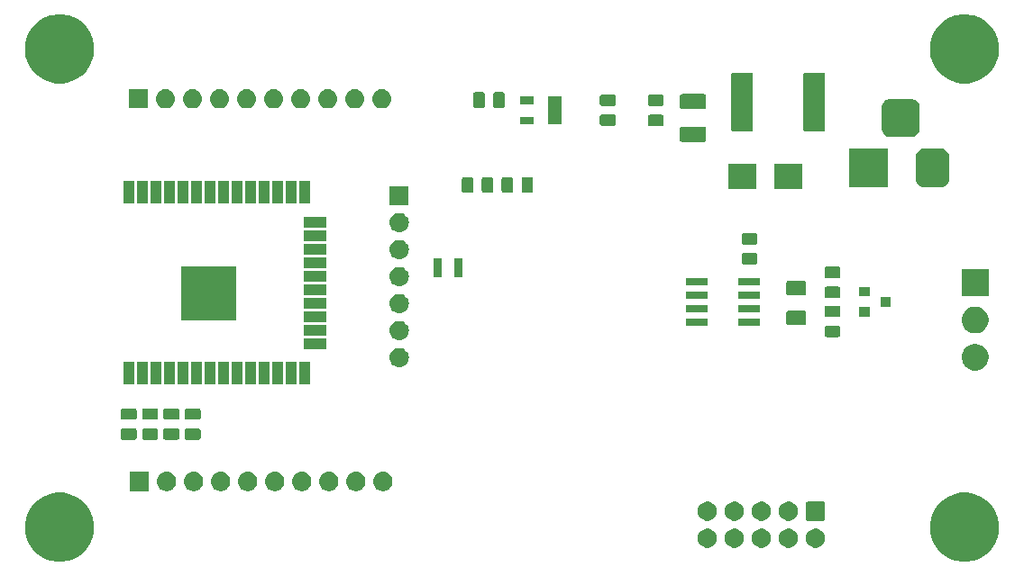
<source format=gbr>
G04 #@! TF.GenerationSoftware,KiCad,Pcbnew,(5.1.0)-1*
G04 #@! TF.CreationDate,2021-02-18T11:37:16+07:00*
G04 #@! TF.ProjectId,ESP32_BoardV1,45535033-325f-4426-9f61-726456312e6b,rev?*
G04 #@! TF.SameCoordinates,Original*
G04 #@! TF.FileFunction,Soldermask,Top*
G04 #@! TF.FilePolarity,Negative*
%FSLAX46Y46*%
G04 Gerber Fmt 4.6, Leading zero omitted, Abs format (unit mm)*
G04 Created by KiCad (PCBNEW (5.1.0)-1) date 2021-02-18 11:37:16*
%MOMM*%
%LPD*%
G04 APERTURE LIST*
%ADD10C,0.100000*%
G04 APERTURE END LIST*
D10*
G36*
X212634239Y-131811467D02*
G01*
X212948282Y-131873934D01*
X213539926Y-132119001D01*
X214072392Y-132474784D01*
X214525216Y-132927608D01*
X214880999Y-133460074D01*
X215126066Y-134051718D01*
X215142831Y-134136000D01*
X215251000Y-134679803D01*
X215251000Y-135320197D01*
X215222068Y-135465646D01*
X215126066Y-135948282D01*
X214880999Y-136539926D01*
X214525216Y-137072392D01*
X214072392Y-137525216D01*
X213539926Y-137880999D01*
X212948282Y-138126066D01*
X212634239Y-138188533D01*
X212320197Y-138251000D01*
X211679803Y-138251000D01*
X211365761Y-138188533D01*
X211051718Y-138126066D01*
X210460074Y-137880999D01*
X209927608Y-137525216D01*
X209474784Y-137072392D01*
X209119001Y-136539926D01*
X208873934Y-135948282D01*
X208777932Y-135465646D01*
X208749000Y-135320197D01*
X208749000Y-134679803D01*
X208857169Y-134136000D01*
X208873934Y-134051718D01*
X209119001Y-133460074D01*
X209474784Y-132927608D01*
X209927608Y-132474784D01*
X210460074Y-132119001D01*
X211051718Y-131873934D01*
X211365761Y-131811467D01*
X211679803Y-131749000D01*
X212320197Y-131749000D01*
X212634239Y-131811467D01*
X212634239Y-131811467D01*
G37*
G36*
X127634239Y-131811467D02*
G01*
X127948282Y-131873934D01*
X128539926Y-132119001D01*
X129072392Y-132474784D01*
X129525216Y-132927608D01*
X129880999Y-133460074D01*
X130126066Y-134051718D01*
X130142831Y-134136000D01*
X130251000Y-134679803D01*
X130251000Y-135320197D01*
X130222068Y-135465646D01*
X130126066Y-135948282D01*
X129880999Y-136539926D01*
X129525216Y-137072392D01*
X129072392Y-137525216D01*
X128539926Y-137880999D01*
X127948282Y-138126066D01*
X127634239Y-138188533D01*
X127320197Y-138251000D01*
X126679803Y-138251000D01*
X126365761Y-138188533D01*
X126051718Y-138126066D01*
X125460074Y-137880999D01*
X124927608Y-137525216D01*
X124474784Y-137072392D01*
X124119001Y-136539926D01*
X123873934Y-135948282D01*
X123777932Y-135465646D01*
X123749000Y-135320197D01*
X123749000Y-134679803D01*
X123857169Y-134136000D01*
X123873934Y-134051718D01*
X124119001Y-133460074D01*
X124474784Y-132927608D01*
X124927608Y-132474784D01*
X125460074Y-132119001D01*
X126051718Y-131873934D01*
X126365761Y-131811467D01*
X126679803Y-131749000D01*
X127320197Y-131749000D01*
X127634239Y-131811467D01*
X127634239Y-131811467D01*
G37*
G36*
X187953512Y-135143927D02*
G01*
X188102812Y-135173624D01*
X188266784Y-135241544D01*
X188414354Y-135340147D01*
X188539853Y-135465646D01*
X188638456Y-135613216D01*
X188706376Y-135777188D01*
X188741000Y-135951259D01*
X188741000Y-136128741D01*
X188706376Y-136302812D01*
X188638456Y-136466784D01*
X188539853Y-136614354D01*
X188414354Y-136739853D01*
X188266784Y-136838456D01*
X188102812Y-136906376D01*
X187953512Y-136936073D01*
X187928742Y-136941000D01*
X187751258Y-136941000D01*
X187726488Y-136936073D01*
X187577188Y-136906376D01*
X187413216Y-136838456D01*
X187265646Y-136739853D01*
X187140147Y-136614354D01*
X187041544Y-136466784D01*
X186973624Y-136302812D01*
X186939000Y-136128741D01*
X186939000Y-135951259D01*
X186973624Y-135777188D01*
X187041544Y-135613216D01*
X187140147Y-135465646D01*
X187265646Y-135340147D01*
X187413216Y-135241544D01*
X187577188Y-135173624D01*
X187726488Y-135143927D01*
X187751258Y-135139000D01*
X187928742Y-135139000D01*
X187953512Y-135143927D01*
X187953512Y-135143927D01*
G37*
G36*
X195573512Y-135143927D02*
G01*
X195722812Y-135173624D01*
X195886784Y-135241544D01*
X196034354Y-135340147D01*
X196159853Y-135465646D01*
X196258456Y-135613216D01*
X196326376Y-135777188D01*
X196361000Y-135951259D01*
X196361000Y-136128741D01*
X196326376Y-136302812D01*
X196258456Y-136466784D01*
X196159853Y-136614354D01*
X196034354Y-136739853D01*
X195886784Y-136838456D01*
X195722812Y-136906376D01*
X195573512Y-136936073D01*
X195548742Y-136941000D01*
X195371258Y-136941000D01*
X195346488Y-136936073D01*
X195197188Y-136906376D01*
X195033216Y-136838456D01*
X194885646Y-136739853D01*
X194760147Y-136614354D01*
X194661544Y-136466784D01*
X194593624Y-136302812D01*
X194559000Y-136128741D01*
X194559000Y-135951259D01*
X194593624Y-135777188D01*
X194661544Y-135613216D01*
X194760147Y-135465646D01*
X194885646Y-135340147D01*
X195033216Y-135241544D01*
X195197188Y-135173624D01*
X195346488Y-135143927D01*
X195371258Y-135139000D01*
X195548742Y-135139000D01*
X195573512Y-135143927D01*
X195573512Y-135143927D01*
G37*
G36*
X193033512Y-135143927D02*
G01*
X193182812Y-135173624D01*
X193346784Y-135241544D01*
X193494354Y-135340147D01*
X193619853Y-135465646D01*
X193718456Y-135613216D01*
X193786376Y-135777188D01*
X193821000Y-135951259D01*
X193821000Y-136128741D01*
X193786376Y-136302812D01*
X193718456Y-136466784D01*
X193619853Y-136614354D01*
X193494354Y-136739853D01*
X193346784Y-136838456D01*
X193182812Y-136906376D01*
X193033512Y-136936073D01*
X193008742Y-136941000D01*
X192831258Y-136941000D01*
X192806488Y-136936073D01*
X192657188Y-136906376D01*
X192493216Y-136838456D01*
X192345646Y-136739853D01*
X192220147Y-136614354D01*
X192121544Y-136466784D01*
X192053624Y-136302812D01*
X192019000Y-136128741D01*
X192019000Y-135951259D01*
X192053624Y-135777188D01*
X192121544Y-135613216D01*
X192220147Y-135465646D01*
X192345646Y-135340147D01*
X192493216Y-135241544D01*
X192657188Y-135173624D01*
X192806488Y-135143927D01*
X192831258Y-135139000D01*
X193008742Y-135139000D01*
X193033512Y-135143927D01*
X193033512Y-135143927D01*
G37*
G36*
X198113512Y-135143927D02*
G01*
X198262812Y-135173624D01*
X198426784Y-135241544D01*
X198574354Y-135340147D01*
X198699853Y-135465646D01*
X198798456Y-135613216D01*
X198866376Y-135777188D01*
X198901000Y-135951259D01*
X198901000Y-136128741D01*
X198866376Y-136302812D01*
X198798456Y-136466784D01*
X198699853Y-136614354D01*
X198574354Y-136739853D01*
X198426784Y-136838456D01*
X198262812Y-136906376D01*
X198113512Y-136936073D01*
X198088742Y-136941000D01*
X197911258Y-136941000D01*
X197886488Y-136936073D01*
X197737188Y-136906376D01*
X197573216Y-136838456D01*
X197425646Y-136739853D01*
X197300147Y-136614354D01*
X197201544Y-136466784D01*
X197133624Y-136302812D01*
X197099000Y-136128741D01*
X197099000Y-135951259D01*
X197133624Y-135777188D01*
X197201544Y-135613216D01*
X197300147Y-135465646D01*
X197425646Y-135340147D01*
X197573216Y-135241544D01*
X197737188Y-135173624D01*
X197886488Y-135143927D01*
X197911258Y-135139000D01*
X198088742Y-135139000D01*
X198113512Y-135143927D01*
X198113512Y-135143927D01*
G37*
G36*
X190493512Y-135143927D02*
G01*
X190642812Y-135173624D01*
X190806784Y-135241544D01*
X190954354Y-135340147D01*
X191079853Y-135465646D01*
X191178456Y-135613216D01*
X191246376Y-135777188D01*
X191281000Y-135951259D01*
X191281000Y-136128741D01*
X191246376Y-136302812D01*
X191178456Y-136466784D01*
X191079853Y-136614354D01*
X190954354Y-136739853D01*
X190806784Y-136838456D01*
X190642812Y-136906376D01*
X190493512Y-136936073D01*
X190468742Y-136941000D01*
X190291258Y-136941000D01*
X190266488Y-136936073D01*
X190117188Y-136906376D01*
X189953216Y-136838456D01*
X189805646Y-136739853D01*
X189680147Y-136614354D01*
X189581544Y-136466784D01*
X189513624Y-136302812D01*
X189479000Y-136128741D01*
X189479000Y-135951259D01*
X189513624Y-135777188D01*
X189581544Y-135613216D01*
X189680147Y-135465646D01*
X189805646Y-135340147D01*
X189953216Y-135241544D01*
X190117188Y-135173624D01*
X190266488Y-135143927D01*
X190291258Y-135139000D01*
X190468742Y-135139000D01*
X190493512Y-135143927D01*
X190493512Y-135143927D01*
G37*
G36*
X198758600Y-132602989D02*
G01*
X198791652Y-132613015D01*
X198822103Y-132629292D01*
X198848799Y-132651201D01*
X198870708Y-132677897D01*
X198886985Y-132708348D01*
X198897011Y-132741400D01*
X198901000Y-132781903D01*
X198901000Y-134218097D01*
X198897011Y-134258600D01*
X198886985Y-134291652D01*
X198870708Y-134322103D01*
X198848799Y-134348799D01*
X198822103Y-134370708D01*
X198791652Y-134386985D01*
X198758600Y-134397011D01*
X198718097Y-134401000D01*
X197281903Y-134401000D01*
X197241400Y-134397011D01*
X197208348Y-134386985D01*
X197177897Y-134370708D01*
X197151201Y-134348799D01*
X197129292Y-134322103D01*
X197113015Y-134291652D01*
X197102989Y-134258600D01*
X197099000Y-134218097D01*
X197099000Y-132781903D01*
X197102989Y-132741400D01*
X197113015Y-132708348D01*
X197129292Y-132677897D01*
X197151201Y-132651201D01*
X197177897Y-132629292D01*
X197208348Y-132613015D01*
X197241400Y-132602989D01*
X197281903Y-132599000D01*
X198718097Y-132599000D01*
X198758600Y-132602989D01*
X198758600Y-132602989D01*
G37*
G36*
X195568796Y-132602989D02*
G01*
X195722812Y-132633624D01*
X195886784Y-132701544D01*
X196034354Y-132800147D01*
X196159853Y-132925646D01*
X196258456Y-133073216D01*
X196326376Y-133237188D01*
X196361000Y-133411259D01*
X196361000Y-133588741D01*
X196326376Y-133762812D01*
X196258456Y-133926784D01*
X196159853Y-134074354D01*
X196034354Y-134199853D01*
X195886784Y-134298456D01*
X195722812Y-134366376D01*
X195574341Y-134395908D01*
X195548742Y-134401000D01*
X195371258Y-134401000D01*
X195345659Y-134395908D01*
X195197188Y-134366376D01*
X195033216Y-134298456D01*
X194885646Y-134199853D01*
X194760147Y-134074354D01*
X194661544Y-133926784D01*
X194593624Y-133762812D01*
X194559000Y-133588741D01*
X194559000Y-133411259D01*
X194593624Y-133237188D01*
X194661544Y-133073216D01*
X194760147Y-132925646D01*
X194885646Y-132800147D01*
X195033216Y-132701544D01*
X195197188Y-132633624D01*
X195351204Y-132602989D01*
X195371258Y-132599000D01*
X195548742Y-132599000D01*
X195568796Y-132602989D01*
X195568796Y-132602989D01*
G37*
G36*
X193028796Y-132602989D02*
G01*
X193182812Y-132633624D01*
X193346784Y-132701544D01*
X193494354Y-132800147D01*
X193619853Y-132925646D01*
X193718456Y-133073216D01*
X193786376Y-133237188D01*
X193821000Y-133411259D01*
X193821000Y-133588741D01*
X193786376Y-133762812D01*
X193718456Y-133926784D01*
X193619853Y-134074354D01*
X193494354Y-134199853D01*
X193346784Y-134298456D01*
X193182812Y-134366376D01*
X193034341Y-134395908D01*
X193008742Y-134401000D01*
X192831258Y-134401000D01*
X192805659Y-134395908D01*
X192657188Y-134366376D01*
X192493216Y-134298456D01*
X192345646Y-134199853D01*
X192220147Y-134074354D01*
X192121544Y-133926784D01*
X192053624Y-133762812D01*
X192019000Y-133588741D01*
X192019000Y-133411259D01*
X192053624Y-133237188D01*
X192121544Y-133073216D01*
X192220147Y-132925646D01*
X192345646Y-132800147D01*
X192493216Y-132701544D01*
X192657188Y-132633624D01*
X192811204Y-132602989D01*
X192831258Y-132599000D01*
X193008742Y-132599000D01*
X193028796Y-132602989D01*
X193028796Y-132602989D01*
G37*
G36*
X190488796Y-132602989D02*
G01*
X190642812Y-132633624D01*
X190806784Y-132701544D01*
X190954354Y-132800147D01*
X191079853Y-132925646D01*
X191178456Y-133073216D01*
X191246376Y-133237188D01*
X191281000Y-133411259D01*
X191281000Y-133588741D01*
X191246376Y-133762812D01*
X191178456Y-133926784D01*
X191079853Y-134074354D01*
X190954354Y-134199853D01*
X190806784Y-134298456D01*
X190642812Y-134366376D01*
X190494341Y-134395908D01*
X190468742Y-134401000D01*
X190291258Y-134401000D01*
X190265659Y-134395908D01*
X190117188Y-134366376D01*
X189953216Y-134298456D01*
X189805646Y-134199853D01*
X189680147Y-134074354D01*
X189581544Y-133926784D01*
X189513624Y-133762812D01*
X189479000Y-133588741D01*
X189479000Y-133411259D01*
X189513624Y-133237188D01*
X189581544Y-133073216D01*
X189680147Y-132925646D01*
X189805646Y-132800147D01*
X189953216Y-132701544D01*
X190117188Y-132633624D01*
X190271204Y-132602989D01*
X190291258Y-132599000D01*
X190468742Y-132599000D01*
X190488796Y-132602989D01*
X190488796Y-132602989D01*
G37*
G36*
X187948796Y-132602989D02*
G01*
X188102812Y-132633624D01*
X188266784Y-132701544D01*
X188414354Y-132800147D01*
X188539853Y-132925646D01*
X188638456Y-133073216D01*
X188706376Y-133237188D01*
X188741000Y-133411259D01*
X188741000Y-133588741D01*
X188706376Y-133762812D01*
X188638456Y-133926784D01*
X188539853Y-134074354D01*
X188414354Y-134199853D01*
X188266784Y-134298456D01*
X188102812Y-134366376D01*
X187954341Y-134395908D01*
X187928742Y-134401000D01*
X187751258Y-134401000D01*
X187725659Y-134395908D01*
X187577188Y-134366376D01*
X187413216Y-134298456D01*
X187265646Y-134199853D01*
X187140147Y-134074354D01*
X187041544Y-133926784D01*
X186973624Y-133762812D01*
X186939000Y-133588741D01*
X186939000Y-133411259D01*
X186973624Y-133237188D01*
X187041544Y-133073216D01*
X187140147Y-132925646D01*
X187265646Y-132800147D01*
X187413216Y-132701544D01*
X187577188Y-132633624D01*
X187731204Y-132602989D01*
X187751258Y-132599000D01*
X187928742Y-132599000D01*
X187948796Y-132602989D01*
X187948796Y-132602989D01*
G37*
G36*
X137150442Y-129805518D02*
G01*
X137216627Y-129812037D01*
X137386466Y-129863557D01*
X137542991Y-129947222D01*
X137578729Y-129976552D01*
X137680186Y-130059814D01*
X137763448Y-130161271D01*
X137792778Y-130197009D01*
X137876443Y-130353534D01*
X137927963Y-130523373D01*
X137945359Y-130700000D01*
X137927963Y-130876627D01*
X137876443Y-131046466D01*
X137792778Y-131202991D01*
X137763448Y-131238729D01*
X137680186Y-131340186D01*
X137578729Y-131423448D01*
X137542991Y-131452778D01*
X137386466Y-131536443D01*
X137216627Y-131587963D01*
X137150442Y-131594482D01*
X137084260Y-131601000D01*
X136995740Y-131601000D01*
X136929558Y-131594482D01*
X136863373Y-131587963D01*
X136693534Y-131536443D01*
X136537009Y-131452778D01*
X136501271Y-131423448D01*
X136399814Y-131340186D01*
X136316552Y-131238729D01*
X136287222Y-131202991D01*
X136203557Y-131046466D01*
X136152037Y-130876627D01*
X136134641Y-130700000D01*
X136152037Y-130523373D01*
X136203557Y-130353534D01*
X136287222Y-130197009D01*
X136316552Y-130161271D01*
X136399814Y-130059814D01*
X136501271Y-129976552D01*
X136537009Y-129947222D01*
X136693534Y-129863557D01*
X136863373Y-129812037D01*
X136929558Y-129805518D01*
X136995740Y-129799000D01*
X137084260Y-129799000D01*
X137150442Y-129805518D01*
X137150442Y-129805518D01*
G37*
G36*
X157470442Y-129805518D02*
G01*
X157536627Y-129812037D01*
X157706466Y-129863557D01*
X157862991Y-129947222D01*
X157898729Y-129976552D01*
X158000186Y-130059814D01*
X158083448Y-130161271D01*
X158112778Y-130197009D01*
X158196443Y-130353534D01*
X158247963Y-130523373D01*
X158265359Y-130700000D01*
X158247963Y-130876627D01*
X158196443Y-131046466D01*
X158112778Y-131202991D01*
X158083448Y-131238729D01*
X158000186Y-131340186D01*
X157898729Y-131423448D01*
X157862991Y-131452778D01*
X157706466Y-131536443D01*
X157536627Y-131587963D01*
X157470442Y-131594482D01*
X157404260Y-131601000D01*
X157315740Y-131601000D01*
X157249558Y-131594482D01*
X157183373Y-131587963D01*
X157013534Y-131536443D01*
X156857009Y-131452778D01*
X156821271Y-131423448D01*
X156719814Y-131340186D01*
X156636552Y-131238729D01*
X156607222Y-131202991D01*
X156523557Y-131046466D01*
X156472037Y-130876627D01*
X156454641Y-130700000D01*
X156472037Y-130523373D01*
X156523557Y-130353534D01*
X156607222Y-130197009D01*
X156636552Y-130161271D01*
X156719814Y-130059814D01*
X156821271Y-129976552D01*
X156857009Y-129947222D01*
X157013534Y-129863557D01*
X157183373Y-129812037D01*
X157249558Y-129805518D01*
X157315740Y-129799000D01*
X157404260Y-129799000D01*
X157470442Y-129805518D01*
X157470442Y-129805518D01*
G37*
G36*
X135401000Y-131601000D02*
G01*
X133599000Y-131601000D01*
X133599000Y-129799000D01*
X135401000Y-129799000D01*
X135401000Y-131601000D01*
X135401000Y-131601000D01*
G37*
G36*
X139690442Y-129805518D02*
G01*
X139756627Y-129812037D01*
X139926466Y-129863557D01*
X140082991Y-129947222D01*
X140118729Y-129976552D01*
X140220186Y-130059814D01*
X140303448Y-130161271D01*
X140332778Y-130197009D01*
X140416443Y-130353534D01*
X140467963Y-130523373D01*
X140485359Y-130700000D01*
X140467963Y-130876627D01*
X140416443Y-131046466D01*
X140332778Y-131202991D01*
X140303448Y-131238729D01*
X140220186Y-131340186D01*
X140118729Y-131423448D01*
X140082991Y-131452778D01*
X139926466Y-131536443D01*
X139756627Y-131587963D01*
X139690442Y-131594482D01*
X139624260Y-131601000D01*
X139535740Y-131601000D01*
X139469558Y-131594482D01*
X139403373Y-131587963D01*
X139233534Y-131536443D01*
X139077009Y-131452778D01*
X139041271Y-131423448D01*
X138939814Y-131340186D01*
X138856552Y-131238729D01*
X138827222Y-131202991D01*
X138743557Y-131046466D01*
X138692037Y-130876627D01*
X138674641Y-130700000D01*
X138692037Y-130523373D01*
X138743557Y-130353534D01*
X138827222Y-130197009D01*
X138856552Y-130161271D01*
X138939814Y-130059814D01*
X139041271Y-129976552D01*
X139077009Y-129947222D01*
X139233534Y-129863557D01*
X139403373Y-129812037D01*
X139469558Y-129805518D01*
X139535740Y-129799000D01*
X139624260Y-129799000D01*
X139690442Y-129805518D01*
X139690442Y-129805518D01*
G37*
G36*
X142230442Y-129805518D02*
G01*
X142296627Y-129812037D01*
X142466466Y-129863557D01*
X142622991Y-129947222D01*
X142658729Y-129976552D01*
X142760186Y-130059814D01*
X142843448Y-130161271D01*
X142872778Y-130197009D01*
X142956443Y-130353534D01*
X143007963Y-130523373D01*
X143025359Y-130700000D01*
X143007963Y-130876627D01*
X142956443Y-131046466D01*
X142872778Y-131202991D01*
X142843448Y-131238729D01*
X142760186Y-131340186D01*
X142658729Y-131423448D01*
X142622991Y-131452778D01*
X142466466Y-131536443D01*
X142296627Y-131587963D01*
X142230442Y-131594482D01*
X142164260Y-131601000D01*
X142075740Y-131601000D01*
X142009558Y-131594482D01*
X141943373Y-131587963D01*
X141773534Y-131536443D01*
X141617009Y-131452778D01*
X141581271Y-131423448D01*
X141479814Y-131340186D01*
X141396552Y-131238729D01*
X141367222Y-131202991D01*
X141283557Y-131046466D01*
X141232037Y-130876627D01*
X141214641Y-130700000D01*
X141232037Y-130523373D01*
X141283557Y-130353534D01*
X141367222Y-130197009D01*
X141396552Y-130161271D01*
X141479814Y-130059814D01*
X141581271Y-129976552D01*
X141617009Y-129947222D01*
X141773534Y-129863557D01*
X141943373Y-129812037D01*
X142009558Y-129805518D01*
X142075740Y-129799000D01*
X142164260Y-129799000D01*
X142230442Y-129805518D01*
X142230442Y-129805518D01*
G37*
G36*
X147310442Y-129805518D02*
G01*
X147376627Y-129812037D01*
X147546466Y-129863557D01*
X147702991Y-129947222D01*
X147738729Y-129976552D01*
X147840186Y-130059814D01*
X147923448Y-130161271D01*
X147952778Y-130197009D01*
X148036443Y-130353534D01*
X148087963Y-130523373D01*
X148105359Y-130700000D01*
X148087963Y-130876627D01*
X148036443Y-131046466D01*
X147952778Y-131202991D01*
X147923448Y-131238729D01*
X147840186Y-131340186D01*
X147738729Y-131423448D01*
X147702991Y-131452778D01*
X147546466Y-131536443D01*
X147376627Y-131587963D01*
X147310442Y-131594482D01*
X147244260Y-131601000D01*
X147155740Y-131601000D01*
X147089558Y-131594482D01*
X147023373Y-131587963D01*
X146853534Y-131536443D01*
X146697009Y-131452778D01*
X146661271Y-131423448D01*
X146559814Y-131340186D01*
X146476552Y-131238729D01*
X146447222Y-131202991D01*
X146363557Y-131046466D01*
X146312037Y-130876627D01*
X146294641Y-130700000D01*
X146312037Y-130523373D01*
X146363557Y-130353534D01*
X146447222Y-130197009D01*
X146476552Y-130161271D01*
X146559814Y-130059814D01*
X146661271Y-129976552D01*
X146697009Y-129947222D01*
X146853534Y-129863557D01*
X147023373Y-129812037D01*
X147089558Y-129805518D01*
X147155740Y-129799000D01*
X147244260Y-129799000D01*
X147310442Y-129805518D01*
X147310442Y-129805518D01*
G37*
G36*
X154930442Y-129805518D02*
G01*
X154996627Y-129812037D01*
X155166466Y-129863557D01*
X155322991Y-129947222D01*
X155358729Y-129976552D01*
X155460186Y-130059814D01*
X155543448Y-130161271D01*
X155572778Y-130197009D01*
X155656443Y-130353534D01*
X155707963Y-130523373D01*
X155725359Y-130700000D01*
X155707963Y-130876627D01*
X155656443Y-131046466D01*
X155572778Y-131202991D01*
X155543448Y-131238729D01*
X155460186Y-131340186D01*
X155358729Y-131423448D01*
X155322991Y-131452778D01*
X155166466Y-131536443D01*
X154996627Y-131587963D01*
X154930442Y-131594482D01*
X154864260Y-131601000D01*
X154775740Y-131601000D01*
X154709558Y-131594482D01*
X154643373Y-131587963D01*
X154473534Y-131536443D01*
X154317009Y-131452778D01*
X154281271Y-131423448D01*
X154179814Y-131340186D01*
X154096552Y-131238729D01*
X154067222Y-131202991D01*
X153983557Y-131046466D01*
X153932037Y-130876627D01*
X153914641Y-130700000D01*
X153932037Y-130523373D01*
X153983557Y-130353534D01*
X154067222Y-130197009D01*
X154096552Y-130161271D01*
X154179814Y-130059814D01*
X154281271Y-129976552D01*
X154317009Y-129947222D01*
X154473534Y-129863557D01*
X154643373Y-129812037D01*
X154709558Y-129805518D01*
X154775740Y-129799000D01*
X154864260Y-129799000D01*
X154930442Y-129805518D01*
X154930442Y-129805518D01*
G37*
G36*
X149850442Y-129805518D02*
G01*
X149916627Y-129812037D01*
X150086466Y-129863557D01*
X150242991Y-129947222D01*
X150278729Y-129976552D01*
X150380186Y-130059814D01*
X150463448Y-130161271D01*
X150492778Y-130197009D01*
X150576443Y-130353534D01*
X150627963Y-130523373D01*
X150645359Y-130700000D01*
X150627963Y-130876627D01*
X150576443Y-131046466D01*
X150492778Y-131202991D01*
X150463448Y-131238729D01*
X150380186Y-131340186D01*
X150278729Y-131423448D01*
X150242991Y-131452778D01*
X150086466Y-131536443D01*
X149916627Y-131587963D01*
X149850442Y-131594482D01*
X149784260Y-131601000D01*
X149695740Y-131601000D01*
X149629558Y-131594482D01*
X149563373Y-131587963D01*
X149393534Y-131536443D01*
X149237009Y-131452778D01*
X149201271Y-131423448D01*
X149099814Y-131340186D01*
X149016552Y-131238729D01*
X148987222Y-131202991D01*
X148903557Y-131046466D01*
X148852037Y-130876627D01*
X148834641Y-130700000D01*
X148852037Y-130523373D01*
X148903557Y-130353534D01*
X148987222Y-130197009D01*
X149016552Y-130161271D01*
X149099814Y-130059814D01*
X149201271Y-129976552D01*
X149237009Y-129947222D01*
X149393534Y-129863557D01*
X149563373Y-129812037D01*
X149629558Y-129805518D01*
X149695740Y-129799000D01*
X149784260Y-129799000D01*
X149850442Y-129805518D01*
X149850442Y-129805518D01*
G37*
G36*
X152390442Y-129805518D02*
G01*
X152456627Y-129812037D01*
X152626466Y-129863557D01*
X152782991Y-129947222D01*
X152818729Y-129976552D01*
X152920186Y-130059814D01*
X153003448Y-130161271D01*
X153032778Y-130197009D01*
X153116443Y-130353534D01*
X153167963Y-130523373D01*
X153185359Y-130700000D01*
X153167963Y-130876627D01*
X153116443Y-131046466D01*
X153032778Y-131202991D01*
X153003448Y-131238729D01*
X152920186Y-131340186D01*
X152818729Y-131423448D01*
X152782991Y-131452778D01*
X152626466Y-131536443D01*
X152456627Y-131587963D01*
X152390442Y-131594482D01*
X152324260Y-131601000D01*
X152235740Y-131601000D01*
X152169558Y-131594482D01*
X152103373Y-131587963D01*
X151933534Y-131536443D01*
X151777009Y-131452778D01*
X151741271Y-131423448D01*
X151639814Y-131340186D01*
X151556552Y-131238729D01*
X151527222Y-131202991D01*
X151443557Y-131046466D01*
X151392037Y-130876627D01*
X151374641Y-130700000D01*
X151392037Y-130523373D01*
X151443557Y-130353534D01*
X151527222Y-130197009D01*
X151556552Y-130161271D01*
X151639814Y-130059814D01*
X151741271Y-129976552D01*
X151777009Y-129947222D01*
X151933534Y-129863557D01*
X152103373Y-129812037D01*
X152169558Y-129805518D01*
X152235740Y-129799000D01*
X152324260Y-129799000D01*
X152390442Y-129805518D01*
X152390442Y-129805518D01*
G37*
G36*
X144770442Y-129805518D02*
G01*
X144836627Y-129812037D01*
X145006466Y-129863557D01*
X145162991Y-129947222D01*
X145198729Y-129976552D01*
X145300186Y-130059814D01*
X145383448Y-130161271D01*
X145412778Y-130197009D01*
X145496443Y-130353534D01*
X145547963Y-130523373D01*
X145565359Y-130700000D01*
X145547963Y-130876627D01*
X145496443Y-131046466D01*
X145412778Y-131202991D01*
X145383448Y-131238729D01*
X145300186Y-131340186D01*
X145198729Y-131423448D01*
X145162991Y-131452778D01*
X145006466Y-131536443D01*
X144836627Y-131587963D01*
X144770442Y-131594482D01*
X144704260Y-131601000D01*
X144615740Y-131601000D01*
X144549558Y-131594482D01*
X144483373Y-131587963D01*
X144313534Y-131536443D01*
X144157009Y-131452778D01*
X144121271Y-131423448D01*
X144019814Y-131340186D01*
X143936552Y-131238729D01*
X143907222Y-131202991D01*
X143823557Y-131046466D01*
X143772037Y-130876627D01*
X143754641Y-130700000D01*
X143772037Y-130523373D01*
X143823557Y-130353534D01*
X143907222Y-130197009D01*
X143936552Y-130161271D01*
X144019814Y-130059814D01*
X144121271Y-129976552D01*
X144157009Y-129947222D01*
X144313534Y-129863557D01*
X144483373Y-129812037D01*
X144549558Y-129805518D01*
X144615740Y-129799000D01*
X144704260Y-129799000D01*
X144770442Y-129805518D01*
X144770442Y-129805518D01*
G37*
G36*
X140084468Y-125703565D02*
G01*
X140123138Y-125715296D01*
X140158777Y-125734346D01*
X140190017Y-125759983D01*
X140215654Y-125791223D01*
X140234704Y-125826862D01*
X140246435Y-125865532D01*
X140251000Y-125911888D01*
X140251000Y-126563112D01*
X140246435Y-126609468D01*
X140234704Y-126648138D01*
X140215654Y-126683777D01*
X140190017Y-126715017D01*
X140158777Y-126740654D01*
X140123138Y-126759704D01*
X140084468Y-126771435D01*
X140038112Y-126776000D01*
X138961888Y-126776000D01*
X138915532Y-126771435D01*
X138876862Y-126759704D01*
X138841223Y-126740654D01*
X138809983Y-126715017D01*
X138784346Y-126683777D01*
X138765296Y-126648138D01*
X138753565Y-126609468D01*
X138749000Y-126563112D01*
X138749000Y-125911888D01*
X138753565Y-125865532D01*
X138765296Y-125826862D01*
X138784346Y-125791223D01*
X138809983Y-125759983D01*
X138841223Y-125734346D01*
X138876862Y-125715296D01*
X138915532Y-125703565D01*
X138961888Y-125699000D01*
X140038112Y-125699000D01*
X140084468Y-125703565D01*
X140084468Y-125703565D01*
G37*
G36*
X136084468Y-125703565D02*
G01*
X136123138Y-125715296D01*
X136158777Y-125734346D01*
X136190017Y-125759983D01*
X136215654Y-125791223D01*
X136234704Y-125826862D01*
X136246435Y-125865532D01*
X136251000Y-125911888D01*
X136251000Y-126563112D01*
X136246435Y-126609468D01*
X136234704Y-126648138D01*
X136215654Y-126683777D01*
X136190017Y-126715017D01*
X136158777Y-126740654D01*
X136123138Y-126759704D01*
X136084468Y-126771435D01*
X136038112Y-126776000D01*
X134961888Y-126776000D01*
X134915532Y-126771435D01*
X134876862Y-126759704D01*
X134841223Y-126740654D01*
X134809983Y-126715017D01*
X134784346Y-126683777D01*
X134765296Y-126648138D01*
X134753565Y-126609468D01*
X134749000Y-126563112D01*
X134749000Y-125911888D01*
X134753565Y-125865532D01*
X134765296Y-125826862D01*
X134784346Y-125791223D01*
X134809983Y-125759983D01*
X134841223Y-125734346D01*
X134876862Y-125715296D01*
X134915532Y-125703565D01*
X134961888Y-125699000D01*
X136038112Y-125699000D01*
X136084468Y-125703565D01*
X136084468Y-125703565D01*
G37*
G36*
X134084468Y-125703565D02*
G01*
X134123138Y-125715296D01*
X134158777Y-125734346D01*
X134190017Y-125759983D01*
X134215654Y-125791223D01*
X134234704Y-125826862D01*
X134246435Y-125865532D01*
X134251000Y-125911888D01*
X134251000Y-126563112D01*
X134246435Y-126609468D01*
X134234704Y-126648138D01*
X134215654Y-126683777D01*
X134190017Y-126715017D01*
X134158777Y-126740654D01*
X134123138Y-126759704D01*
X134084468Y-126771435D01*
X134038112Y-126776000D01*
X132961888Y-126776000D01*
X132915532Y-126771435D01*
X132876862Y-126759704D01*
X132841223Y-126740654D01*
X132809983Y-126715017D01*
X132784346Y-126683777D01*
X132765296Y-126648138D01*
X132753565Y-126609468D01*
X132749000Y-126563112D01*
X132749000Y-125911888D01*
X132753565Y-125865532D01*
X132765296Y-125826862D01*
X132784346Y-125791223D01*
X132809983Y-125759983D01*
X132841223Y-125734346D01*
X132876862Y-125715296D01*
X132915532Y-125703565D01*
X132961888Y-125699000D01*
X134038112Y-125699000D01*
X134084468Y-125703565D01*
X134084468Y-125703565D01*
G37*
G36*
X138084468Y-125703565D02*
G01*
X138123138Y-125715296D01*
X138158777Y-125734346D01*
X138190017Y-125759983D01*
X138215654Y-125791223D01*
X138234704Y-125826862D01*
X138246435Y-125865532D01*
X138251000Y-125911888D01*
X138251000Y-126563112D01*
X138246435Y-126609468D01*
X138234704Y-126648138D01*
X138215654Y-126683777D01*
X138190017Y-126715017D01*
X138158777Y-126740654D01*
X138123138Y-126759704D01*
X138084468Y-126771435D01*
X138038112Y-126776000D01*
X136961888Y-126776000D01*
X136915532Y-126771435D01*
X136876862Y-126759704D01*
X136841223Y-126740654D01*
X136809983Y-126715017D01*
X136784346Y-126683777D01*
X136765296Y-126648138D01*
X136753565Y-126609468D01*
X136749000Y-126563112D01*
X136749000Y-125911888D01*
X136753565Y-125865532D01*
X136765296Y-125826862D01*
X136784346Y-125791223D01*
X136809983Y-125759983D01*
X136841223Y-125734346D01*
X136876862Y-125715296D01*
X136915532Y-125703565D01*
X136961888Y-125699000D01*
X138038112Y-125699000D01*
X138084468Y-125703565D01*
X138084468Y-125703565D01*
G37*
G36*
X138084468Y-123828565D02*
G01*
X138123138Y-123840296D01*
X138158777Y-123859346D01*
X138190017Y-123884983D01*
X138215654Y-123916223D01*
X138234704Y-123951862D01*
X138246435Y-123990532D01*
X138251000Y-124036888D01*
X138251000Y-124688112D01*
X138246435Y-124734468D01*
X138234704Y-124773138D01*
X138215654Y-124808777D01*
X138190017Y-124840017D01*
X138158777Y-124865654D01*
X138123138Y-124884704D01*
X138084468Y-124896435D01*
X138038112Y-124901000D01*
X136961888Y-124901000D01*
X136915532Y-124896435D01*
X136876862Y-124884704D01*
X136841223Y-124865654D01*
X136809983Y-124840017D01*
X136784346Y-124808777D01*
X136765296Y-124773138D01*
X136753565Y-124734468D01*
X136749000Y-124688112D01*
X136749000Y-124036888D01*
X136753565Y-123990532D01*
X136765296Y-123951862D01*
X136784346Y-123916223D01*
X136809983Y-123884983D01*
X136841223Y-123859346D01*
X136876862Y-123840296D01*
X136915532Y-123828565D01*
X136961888Y-123824000D01*
X138038112Y-123824000D01*
X138084468Y-123828565D01*
X138084468Y-123828565D01*
G37*
G36*
X134084468Y-123828565D02*
G01*
X134123138Y-123840296D01*
X134158777Y-123859346D01*
X134190017Y-123884983D01*
X134215654Y-123916223D01*
X134234704Y-123951862D01*
X134246435Y-123990532D01*
X134251000Y-124036888D01*
X134251000Y-124688112D01*
X134246435Y-124734468D01*
X134234704Y-124773138D01*
X134215654Y-124808777D01*
X134190017Y-124840017D01*
X134158777Y-124865654D01*
X134123138Y-124884704D01*
X134084468Y-124896435D01*
X134038112Y-124901000D01*
X132961888Y-124901000D01*
X132915532Y-124896435D01*
X132876862Y-124884704D01*
X132841223Y-124865654D01*
X132809983Y-124840017D01*
X132784346Y-124808777D01*
X132765296Y-124773138D01*
X132753565Y-124734468D01*
X132749000Y-124688112D01*
X132749000Y-124036888D01*
X132753565Y-123990532D01*
X132765296Y-123951862D01*
X132784346Y-123916223D01*
X132809983Y-123884983D01*
X132841223Y-123859346D01*
X132876862Y-123840296D01*
X132915532Y-123828565D01*
X132961888Y-123824000D01*
X134038112Y-123824000D01*
X134084468Y-123828565D01*
X134084468Y-123828565D01*
G37*
G36*
X136084468Y-123828565D02*
G01*
X136123138Y-123840296D01*
X136158777Y-123859346D01*
X136190017Y-123884983D01*
X136215654Y-123916223D01*
X136234704Y-123951862D01*
X136246435Y-123990532D01*
X136251000Y-124036888D01*
X136251000Y-124688112D01*
X136246435Y-124734468D01*
X136234704Y-124773138D01*
X136215654Y-124808777D01*
X136190017Y-124840017D01*
X136158777Y-124865654D01*
X136123138Y-124884704D01*
X136084468Y-124896435D01*
X136038112Y-124901000D01*
X134961888Y-124901000D01*
X134915532Y-124896435D01*
X134876862Y-124884704D01*
X134841223Y-124865654D01*
X134809983Y-124840017D01*
X134784346Y-124808777D01*
X134765296Y-124773138D01*
X134753565Y-124734468D01*
X134749000Y-124688112D01*
X134749000Y-124036888D01*
X134753565Y-123990532D01*
X134765296Y-123951862D01*
X134784346Y-123916223D01*
X134809983Y-123884983D01*
X134841223Y-123859346D01*
X134876862Y-123840296D01*
X134915532Y-123828565D01*
X134961888Y-123824000D01*
X136038112Y-123824000D01*
X136084468Y-123828565D01*
X136084468Y-123828565D01*
G37*
G36*
X140084468Y-123828565D02*
G01*
X140123138Y-123840296D01*
X140158777Y-123859346D01*
X140190017Y-123884983D01*
X140215654Y-123916223D01*
X140234704Y-123951862D01*
X140246435Y-123990532D01*
X140251000Y-124036888D01*
X140251000Y-124688112D01*
X140246435Y-124734468D01*
X140234704Y-124773138D01*
X140215654Y-124808777D01*
X140190017Y-124840017D01*
X140158777Y-124865654D01*
X140123138Y-124884704D01*
X140084468Y-124896435D01*
X140038112Y-124901000D01*
X138961888Y-124901000D01*
X138915532Y-124896435D01*
X138876862Y-124884704D01*
X138841223Y-124865654D01*
X138809983Y-124840017D01*
X138784346Y-124808777D01*
X138765296Y-124773138D01*
X138753565Y-124734468D01*
X138749000Y-124688112D01*
X138749000Y-124036888D01*
X138753565Y-123990532D01*
X138765296Y-123951862D01*
X138784346Y-123916223D01*
X138809983Y-123884983D01*
X138841223Y-123859346D01*
X138876862Y-123840296D01*
X138915532Y-123828565D01*
X138961888Y-123824000D01*
X140038112Y-123824000D01*
X140084468Y-123828565D01*
X140084468Y-123828565D01*
G37*
G36*
X139081000Y-121551000D02*
G01*
X138079000Y-121551000D01*
X138079000Y-119449000D01*
X139081000Y-119449000D01*
X139081000Y-121551000D01*
X139081000Y-121551000D01*
G37*
G36*
X140351000Y-121551000D02*
G01*
X139349000Y-121551000D01*
X139349000Y-119449000D01*
X140351000Y-119449000D01*
X140351000Y-121551000D01*
X140351000Y-121551000D01*
G37*
G36*
X141621000Y-121551000D02*
G01*
X140619000Y-121551000D01*
X140619000Y-119449000D01*
X141621000Y-119449000D01*
X141621000Y-121551000D01*
X141621000Y-121551000D01*
G37*
G36*
X142891000Y-121551000D02*
G01*
X141889000Y-121551000D01*
X141889000Y-119449000D01*
X142891000Y-119449000D01*
X142891000Y-121551000D01*
X142891000Y-121551000D01*
G37*
G36*
X144161000Y-121551000D02*
G01*
X143159000Y-121551000D01*
X143159000Y-119449000D01*
X144161000Y-119449000D01*
X144161000Y-121551000D01*
X144161000Y-121551000D01*
G37*
G36*
X134001000Y-121551000D02*
G01*
X132999000Y-121551000D01*
X132999000Y-119449000D01*
X134001000Y-119449000D01*
X134001000Y-121551000D01*
X134001000Y-121551000D01*
G37*
G36*
X145431000Y-121551000D02*
G01*
X144429000Y-121551000D01*
X144429000Y-119449000D01*
X145431000Y-119449000D01*
X145431000Y-121551000D01*
X145431000Y-121551000D01*
G37*
G36*
X135271000Y-121551000D02*
G01*
X134269000Y-121551000D01*
X134269000Y-119449000D01*
X135271000Y-119449000D01*
X135271000Y-121551000D01*
X135271000Y-121551000D01*
G37*
G36*
X137811000Y-121551000D02*
G01*
X136809000Y-121551000D01*
X136809000Y-119449000D01*
X137811000Y-119449000D01*
X137811000Y-121551000D01*
X137811000Y-121551000D01*
G37*
G36*
X147971000Y-121551000D02*
G01*
X146969000Y-121551000D01*
X146969000Y-119449000D01*
X147971000Y-119449000D01*
X147971000Y-121551000D01*
X147971000Y-121551000D01*
G37*
G36*
X149241000Y-121551000D02*
G01*
X148239000Y-121551000D01*
X148239000Y-119449000D01*
X149241000Y-119449000D01*
X149241000Y-121551000D01*
X149241000Y-121551000D01*
G37*
G36*
X146701000Y-121551000D02*
G01*
X145699000Y-121551000D01*
X145699000Y-119449000D01*
X146701000Y-119449000D01*
X146701000Y-121551000D01*
X146701000Y-121551000D01*
G37*
G36*
X150511000Y-121551000D02*
G01*
X149509000Y-121551000D01*
X149509000Y-119449000D01*
X150511000Y-119449000D01*
X150511000Y-121551000D01*
X150511000Y-121551000D01*
G37*
G36*
X136541000Y-121551000D02*
G01*
X135539000Y-121551000D01*
X135539000Y-119449000D01*
X136541000Y-119449000D01*
X136541000Y-121551000D01*
X136541000Y-121551000D01*
G37*
G36*
X213364903Y-117797075D02*
G01*
X213592571Y-117891378D01*
X213797466Y-118028285D01*
X213971715Y-118202534D01*
X214103534Y-118399815D01*
X214108623Y-118407431D01*
X214202925Y-118635097D01*
X214251000Y-118876786D01*
X214251000Y-119123214D01*
X214202925Y-119364903D01*
X214129160Y-119542989D01*
X214108622Y-119592571D01*
X213971715Y-119797466D01*
X213797466Y-119971715D01*
X213592571Y-120108622D01*
X213592570Y-120108623D01*
X213592569Y-120108623D01*
X213364903Y-120202925D01*
X213123214Y-120251000D01*
X212876786Y-120251000D01*
X212635097Y-120202925D01*
X212407431Y-120108623D01*
X212407430Y-120108623D01*
X212407429Y-120108622D01*
X212202534Y-119971715D01*
X212028285Y-119797466D01*
X211891378Y-119592571D01*
X211870841Y-119542989D01*
X211797075Y-119364903D01*
X211749000Y-119123214D01*
X211749000Y-118876786D01*
X211797075Y-118635097D01*
X211891377Y-118407431D01*
X211896466Y-118399815D01*
X212028285Y-118202534D01*
X212202534Y-118028285D01*
X212407429Y-117891378D01*
X212635097Y-117797075D01*
X212876786Y-117749000D01*
X213123214Y-117749000D01*
X213364903Y-117797075D01*
X213364903Y-117797075D01*
G37*
G36*
X159010442Y-118145518D02*
G01*
X159076627Y-118152037D01*
X159246466Y-118203557D01*
X159402991Y-118287222D01*
X159438729Y-118316552D01*
X159540186Y-118399814D01*
X159623448Y-118501271D01*
X159652778Y-118537009D01*
X159736443Y-118693534D01*
X159787963Y-118863373D01*
X159805359Y-119040000D01*
X159787963Y-119216627D01*
X159736443Y-119386466D01*
X159652778Y-119542991D01*
X159623448Y-119578729D01*
X159540186Y-119680186D01*
X159438729Y-119763448D01*
X159402991Y-119792778D01*
X159246466Y-119876443D01*
X159076627Y-119927963D01*
X159010442Y-119934482D01*
X158944260Y-119941000D01*
X158855740Y-119941000D01*
X158789558Y-119934482D01*
X158723373Y-119927963D01*
X158553534Y-119876443D01*
X158397009Y-119792778D01*
X158361271Y-119763448D01*
X158259814Y-119680186D01*
X158176552Y-119578729D01*
X158147222Y-119542991D01*
X158063557Y-119386466D01*
X158012037Y-119216627D01*
X157994641Y-119040000D01*
X158012037Y-118863373D01*
X158063557Y-118693534D01*
X158147222Y-118537009D01*
X158176552Y-118501271D01*
X158259814Y-118399814D01*
X158361271Y-118316552D01*
X158397009Y-118287222D01*
X158553534Y-118203557D01*
X158723373Y-118152037D01*
X158789558Y-118145518D01*
X158855740Y-118139000D01*
X158944260Y-118139000D01*
X159010442Y-118145518D01*
X159010442Y-118145518D01*
G37*
G36*
X152061000Y-118216000D02*
G01*
X149959000Y-118216000D01*
X149959000Y-117214000D01*
X152061000Y-117214000D01*
X152061000Y-118216000D01*
X152061000Y-118216000D01*
G37*
G36*
X159010443Y-115605519D02*
G01*
X159076627Y-115612037D01*
X159246466Y-115663557D01*
X159402991Y-115747222D01*
X159436183Y-115774462D01*
X159540186Y-115859814D01*
X159612279Y-115947661D01*
X159652778Y-115997009D01*
X159736443Y-116153534D01*
X159787963Y-116323373D01*
X159805359Y-116500000D01*
X159787963Y-116676627D01*
X159736443Y-116846466D01*
X159652778Y-117002991D01*
X159637771Y-117021277D01*
X159540186Y-117140186D01*
X159450242Y-117214000D01*
X159402991Y-117252778D01*
X159246466Y-117336443D01*
X159076627Y-117387963D01*
X159010442Y-117394482D01*
X158944260Y-117401000D01*
X158855740Y-117401000D01*
X158789558Y-117394482D01*
X158723373Y-117387963D01*
X158553534Y-117336443D01*
X158397009Y-117252778D01*
X158349758Y-117214000D01*
X158259814Y-117140186D01*
X158162229Y-117021277D01*
X158147222Y-117002991D01*
X158063557Y-116846466D01*
X158012037Y-116676627D01*
X157994641Y-116500000D01*
X158012037Y-116323373D01*
X158063557Y-116153534D01*
X158147222Y-115997009D01*
X158187721Y-115947661D01*
X158259814Y-115859814D01*
X158363817Y-115774462D01*
X158397009Y-115747222D01*
X158553534Y-115663557D01*
X158723373Y-115612037D01*
X158789557Y-115605519D01*
X158855740Y-115599000D01*
X158944260Y-115599000D01*
X159010443Y-115605519D01*
X159010443Y-115605519D01*
G37*
G36*
X200184468Y-116041065D02*
G01*
X200223138Y-116052796D01*
X200258777Y-116071846D01*
X200290017Y-116097483D01*
X200315654Y-116128723D01*
X200334704Y-116164362D01*
X200346435Y-116203032D01*
X200351000Y-116249388D01*
X200351000Y-116900612D01*
X200346435Y-116946968D01*
X200334704Y-116985638D01*
X200315654Y-117021277D01*
X200290017Y-117052517D01*
X200258777Y-117078154D01*
X200223138Y-117097204D01*
X200184468Y-117108935D01*
X200138112Y-117113500D01*
X199061888Y-117113500D01*
X199015532Y-117108935D01*
X198976862Y-117097204D01*
X198941223Y-117078154D01*
X198909983Y-117052517D01*
X198884346Y-117021277D01*
X198865296Y-116985638D01*
X198853565Y-116946968D01*
X198849000Y-116900612D01*
X198849000Y-116249388D01*
X198853565Y-116203032D01*
X198865296Y-116164362D01*
X198884346Y-116128723D01*
X198909983Y-116097483D01*
X198941223Y-116071846D01*
X198976862Y-116052796D01*
X199015532Y-116041065D01*
X199061888Y-116036500D01*
X200138112Y-116036500D01*
X200184468Y-116041065D01*
X200184468Y-116041065D01*
G37*
G36*
X152061000Y-116946000D02*
G01*
X149959000Y-116946000D01*
X149959000Y-115944000D01*
X152061000Y-115944000D01*
X152061000Y-116946000D01*
X152061000Y-116946000D01*
G37*
G36*
X213364903Y-114297075D02*
G01*
X213551554Y-114374388D01*
X213592571Y-114391378D01*
X213797466Y-114528285D01*
X213971715Y-114702534D01*
X214034463Y-114796443D01*
X214108623Y-114907431D01*
X214202925Y-115135097D01*
X214251000Y-115376786D01*
X214251000Y-115623214D01*
X214202925Y-115864903D01*
X214127565Y-116046840D01*
X214108622Y-116092571D01*
X213971715Y-116297466D01*
X213797466Y-116471715D01*
X213592571Y-116608622D01*
X213592570Y-116608623D01*
X213592569Y-116608623D01*
X213364903Y-116702925D01*
X213123214Y-116751000D01*
X212876786Y-116751000D01*
X212635097Y-116702925D01*
X212407431Y-116608623D01*
X212407430Y-116608623D01*
X212407429Y-116608622D01*
X212202534Y-116471715D01*
X212028285Y-116297466D01*
X211891378Y-116092571D01*
X211872436Y-116046840D01*
X211797075Y-115864903D01*
X211749000Y-115623214D01*
X211749000Y-115376786D01*
X211797075Y-115135097D01*
X211891377Y-114907431D01*
X211965537Y-114796443D01*
X212028285Y-114702534D01*
X212202534Y-114528285D01*
X212407429Y-114391378D01*
X212448447Y-114374388D01*
X212635097Y-114297075D01*
X212876786Y-114249000D01*
X213123214Y-114249000D01*
X213364903Y-114297075D01*
X213364903Y-114297075D01*
G37*
G36*
X187759928Y-115356764D02*
G01*
X187781009Y-115363160D01*
X187800445Y-115373548D01*
X187817476Y-115387524D01*
X187831452Y-115404555D01*
X187841840Y-115423991D01*
X187848236Y-115445072D01*
X187851000Y-115473140D01*
X187851000Y-115936860D01*
X187848236Y-115964928D01*
X187841840Y-115986009D01*
X187831452Y-116005445D01*
X187817476Y-116022476D01*
X187800445Y-116036452D01*
X187781009Y-116046840D01*
X187759928Y-116053236D01*
X187731860Y-116056000D01*
X185918140Y-116056000D01*
X185890072Y-116053236D01*
X185868991Y-116046840D01*
X185849555Y-116036452D01*
X185832524Y-116022476D01*
X185818548Y-116005445D01*
X185808160Y-115986009D01*
X185801764Y-115964928D01*
X185799000Y-115936860D01*
X185799000Y-115473140D01*
X185801764Y-115445072D01*
X185808160Y-115423991D01*
X185818548Y-115404555D01*
X185832524Y-115387524D01*
X185849555Y-115373548D01*
X185868991Y-115363160D01*
X185890072Y-115356764D01*
X185918140Y-115354000D01*
X187731860Y-115354000D01*
X187759928Y-115356764D01*
X187759928Y-115356764D01*
G37*
G36*
X192709928Y-115356764D02*
G01*
X192731009Y-115363160D01*
X192750445Y-115373548D01*
X192767476Y-115387524D01*
X192781452Y-115404555D01*
X192791840Y-115423991D01*
X192798236Y-115445072D01*
X192801000Y-115473140D01*
X192801000Y-115936860D01*
X192798236Y-115964928D01*
X192791840Y-115986009D01*
X192781452Y-116005445D01*
X192767476Y-116022476D01*
X192750445Y-116036452D01*
X192731009Y-116046840D01*
X192709928Y-116053236D01*
X192681860Y-116056000D01*
X190868140Y-116056000D01*
X190840072Y-116053236D01*
X190818991Y-116046840D01*
X190799555Y-116036452D01*
X190782524Y-116022476D01*
X190768548Y-116005445D01*
X190758160Y-115986009D01*
X190751764Y-115964928D01*
X190749000Y-115936860D01*
X190749000Y-115473140D01*
X190751764Y-115445072D01*
X190758160Y-115423991D01*
X190768548Y-115404555D01*
X190782524Y-115387524D01*
X190799555Y-115373548D01*
X190818991Y-115363160D01*
X190840072Y-115356764D01*
X190868140Y-115354000D01*
X192681860Y-115354000D01*
X192709928Y-115356764D01*
X192709928Y-115356764D01*
G37*
G36*
X196968604Y-114628347D02*
G01*
X197005144Y-114639432D01*
X197038821Y-114657433D01*
X197068341Y-114681659D01*
X197092567Y-114711179D01*
X197110568Y-114744856D01*
X197121653Y-114781396D01*
X197126000Y-114825538D01*
X197126000Y-115774462D01*
X197121653Y-115818604D01*
X197110568Y-115855144D01*
X197092567Y-115888821D01*
X197068341Y-115918341D01*
X197038821Y-115942567D01*
X197005144Y-115960568D01*
X196968604Y-115971653D01*
X196924462Y-115976000D01*
X195475538Y-115976000D01*
X195431396Y-115971653D01*
X195394856Y-115960568D01*
X195361179Y-115942567D01*
X195331659Y-115918341D01*
X195307433Y-115888821D01*
X195289432Y-115855144D01*
X195278347Y-115818604D01*
X195274000Y-115774462D01*
X195274000Y-114825538D01*
X195278347Y-114781396D01*
X195289432Y-114744856D01*
X195307433Y-114711179D01*
X195331659Y-114681659D01*
X195361179Y-114657433D01*
X195394856Y-114639432D01*
X195431396Y-114628347D01*
X195475538Y-114624000D01*
X196924462Y-114624000D01*
X196968604Y-114628347D01*
X196968604Y-114628347D01*
G37*
G36*
X152061000Y-115676000D02*
G01*
X149959000Y-115676000D01*
X149959000Y-114674000D01*
X152061000Y-114674000D01*
X152061000Y-115676000D01*
X152061000Y-115676000D01*
G37*
G36*
X143551000Y-115551000D02*
G01*
X138449000Y-115551000D01*
X138449000Y-110449000D01*
X143551000Y-110449000D01*
X143551000Y-115551000D01*
X143551000Y-115551000D01*
G37*
G36*
X200184468Y-114166065D02*
G01*
X200223138Y-114177796D01*
X200258777Y-114196846D01*
X200290017Y-114222483D01*
X200315654Y-114253723D01*
X200334704Y-114289362D01*
X200346435Y-114328032D01*
X200351000Y-114374388D01*
X200351000Y-115025612D01*
X200346435Y-115071968D01*
X200334704Y-115110638D01*
X200315654Y-115146277D01*
X200290017Y-115177517D01*
X200258777Y-115203154D01*
X200223138Y-115222204D01*
X200184468Y-115233935D01*
X200138112Y-115238500D01*
X199061888Y-115238500D01*
X199015532Y-115233935D01*
X198976862Y-115222204D01*
X198941223Y-115203154D01*
X198909983Y-115177517D01*
X198884346Y-115146277D01*
X198865296Y-115110638D01*
X198853565Y-115071968D01*
X198849000Y-115025612D01*
X198849000Y-114374388D01*
X198853565Y-114328032D01*
X198865296Y-114289362D01*
X198884346Y-114253723D01*
X198909983Y-114222483D01*
X198941223Y-114196846D01*
X198976862Y-114177796D01*
X199015532Y-114166065D01*
X199061888Y-114161500D01*
X200138112Y-114161500D01*
X200184468Y-114166065D01*
X200184468Y-114166065D01*
G37*
G36*
X203101000Y-115201000D02*
G01*
X202099000Y-115201000D01*
X202099000Y-114299000D01*
X203101000Y-114299000D01*
X203101000Y-115201000D01*
X203101000Y-115201000D01*
G37*
G36*
X159010442Y-113065518D02*
G01*
X159076627Y-113072037D01*
X159246466Y-113123557D01*
X159402991Y-113207222D01*
X159420727Y-113221778D01*
X159540186Y-113319814D01*
X159612279Y-113407661D01*
X159652778Y-113457009D01*
X159736443Y-113613534D01*
X159787963Y-113783373D01*
X159805359Y-113960000D01*
X159787963Y-114136627D01*
X159736443Y-114306466D01*
X159652778Y-114462991D01*
X159623448Y-114498729D01*
X159540186Y-114600186D01*
X159470429Y-114657433D01*
X159402991Y-114712778D01*
X159246466Y-114796443D01*
X159076627Y-114847963D01*
X159010442Y-114854482D01*
X158944260Y-114861000D01*
X158855740Y-114861000D01*
X158789558Y-114854482D01*
X158723373Y-114847963D01*
X158553534Y-114796443D01*
X158397009Y-114712778D01*
X158329571Y-114657433D01*
X158259814Y-114600186D01*
X158176552Y-114498729D01*
X158147222Y-114462991D01*
X158063557Y-114306466D01*
X158012037Y-114136627D01*
X157994641Y-113960000D01*
X158012037Y-113783373D01*
X158063557Y-113613534D01*
X158147222Y-113457009D01*
X158187721Y-113407661D01*
X158259814Y-113319814D01*
X158379273Y-113221778D01*
X158397009Y-113207222D01*
X158553534Y-113123557D01*
X158723373Y-113072037D01*
X158789558Y-113065518D01*
X158855740Y-113059000D01*
X158944260Y-113059000D01*
X159010442Y-113065518D01*
X159010442Y-113065518D01*
G37*
G36*
X187759928Y-114086764D02*
G01*
X187781009Y-114093160D01*
X187800445Y-114103548D01*
X187817476Y-114117524D01*
X187831452Y-114134555D01*
X187841840Y-114153991D01*
X187848236Y-114175072D01*
X187851000Y-114203140D01*
X187851000Y-114666860D01*
X187848236Y-114694928D01*
X187841840Y-114716009D01*
X187831452Y-114735445D01*
X187817476Y-114752476D01*
X187800445Y-114766452D01*
X187781009Y-114776840D01*
X187759928Y-114783236D01*
X187731860Y-114786000D01*
X185918140Y-114786000D01*
X185890072Y-114783236D01*
X185868991Y-114776840D01*
X185849555Y-114766452D01*
X185832524Y-114752476D01*
X185818548Y-114735445D01*
X185808160Y-114716009D01*
X185801764Y-114694928D01*
X185799000Y-114666860D01*
X185799000Y-114203140D01*
X185801764Y-114175072D01*
X185808160Y-114153991D01*
X185818548Y-114134555D01*
X185832524Y-114117524D01*
X185849555Y-114103548D01*
X185868991Y-114093160D01*
X185890072Y-114086764D01*
X185918140Y-114084000D01*
X187731860Y-114084000D01*
X187759928Y-114086764D01*
X187759928Y-114086764D01*
G37*
G36*
X192709928Y-114086764D02*
G01*
X192731009Y-114093160D01*
X192750445Y-114103548D01*
X192767476Y-114117524D01*
X192781452Y-114134555D01*
X192791840Y-114153991D01*
X192798236Y-114175072D01*
X192801000Y-114203140D01*
X192801000Y-114666860D01*
X192798236Y-114694928D01*
X192791840Y-114716009D01*
X192781452Y-114735445D01*
X192767476Y-114752476D01*
X192750445Y-114766452D01*
X192731009Y-114776840D01*
X192709928Y-114783236D01*
X192681860Y-114786000D01*
X190868140Y-114786000D01*
X190840072Y-114783236D01*
X190818991Y-114776840D01*
X190799555Y-114766452D01*
X190782524Y-114752476D01*
X190768548Y-114735445D01*
X190758160Y-114716009D01*
X190751764Y-114694928D01*
X190749000Y-114666860D01*
X190749000Y-114203140D01*
X190751764Y-114175072D01*
X190758160Y-114153991D01*
X190768548Y-114134555D01*
X190782524Y-114117524D01*
X190799555Y-114103548D01*
X190818991Y-114093160D01*
X190840072Y-114086764D01*
X190868140Y-114084000D01*
X192681860Y-114084000D01*
X192709928Y-114086764D01*
X192709928Y-114086764D01*
G37*
G36*
X152061000Y-114406000D02*
G01*
X149959000Y-114406000D01*
X149959000Y-113404000D01*
X152061000Y-113404000D01*
X152061000Y-114406000D01*
X152061000Y-114406000D01*
G37*
G36*
X205101000Y-114251000D02*
G01*
X204099000Y-114251000D01*
X204099000Y-113349000D01*
X205101000Y-113349000D01*
X205101000Y-114251000D01*
X205101000Y-114251000D01*
G37*
G36*
X192709928Y-112816764D02*
G01*
X192731009Y-112823160D01*
X192750445Y-112833548D01*
X192767476Y-112847524D01*
X192781452Y-112864555D01*
X192791840Y-112883991D01*
X192798236Y-112905072D01*
X192801000Y-112933140D01*
X192801000Y-113396860D01*
X192798236Y-113424928D01*
X192791840Y-113446009D01*
X192781452Y-113465445D01*
X192767476Y-113482476D01*
X192750445Y-113496452D01*
X192731009Y-113506840D01*
X192709928Y-113513236D01*
X192681860Y-113516000D01*
X190868140Y-113516000D01*
X190840072Y-113513236D01*
X190818991Y-113506840D01*
X190799555Y-113496452D01*
X190782524Y-113482476D01*
X190768548Y-113465445D01*
X190758160Y-113446009D01*
X190751764Y-113424928D01*
X190749000Y-113396860D01*
X190749000Y-112933140D01*
X190751764Y-112905072D01*
X190758160Y-112883991D01*
X190768548Y-112864555D01*
X190782524Y-112847524D01*
X190799555Y-112833548D01*
X190818991Y-112823160D01*
X190840072Y-112816764D01*
X190868140Y-112814000D01*
X192681860Y-112814000D01*
X192709928Y-112816764D01*
X192709928Y-112816764D01*
G37*
G36*
X187759928Y-112816764D02*
G01*
X187781009Y-112823160D01*
X187800445Y-112833548D01*
X187817476Y-112847524D01*
X187831452Y-112864555D01*
X187841840Y-112883991D01*
X187848236Y-112905072D01*
X187851000Y-112933140D01*
X187851000Y-113396860D01*
X187848236Y-113424928D01*
X187841840Y-113446009D01*
X187831452Y-113465445D01*
X187817476Y-113482476D01*
X187800445Y-113496452D01*
X187781009Y-113506840D01*
X187759928Y-113513236D01*
X187731860Y-113516000D01*
X185918140Y-113516000D01*
X185890072Y-113513236D01*
X185868991Y-113506840D01*
X185849555Y-113496452D01*
X185832524Y-113482476D01*
X185818548Y-113465445D01*
X185808160Y-113446009D01*
X185801764Y-113424928D01*
X185799000Y-113396860D01*
X185799000Y-112933140D01*
X185801764Y-112905072D01*
X185808160Y-112883991D01*
X185818548Y-112864555D01*
X185832524Y-112847524D01*
X185849555Y-112833548D01*
X185868991Y-112823160D01*
X185890072Y-112816764D01*
X185918140Y-112814000D01*
X187731860Y-112814000D01*
X187759928Y-112816764D01*
X187759928Y-112816764D01*
G37*
G36*
X200184468Y-112366065D02*
G01*
X200223138Y-112377796D01*
X200258777Y-112396846D01*
X200290017Y-112422483D01*
X200315654Y-112453723D01*
X200334704Y-112489362D01*
X200346435Y-112528032D01*
X200351000Y-112574388D01*
X200351000Y-113225612D01*
X200346435Y-113271968D01*
X200334704Y-113310638D01*
X200315654Y-113346277D01*
X200290017Y-113377517D01*
X200258777Y-113403154D01*
X200223138Y-113422204D01*
X200184468Y-113433935D01*
X200138112Y-113438500D01*
X199061888Y-113438500D01*
X199015532Y-113433935D01*
X198976862Y-113422204D01*
X198941223Y-113403154D01*
X198909983Y-113377517D01*
X198884346Y-113346277D01*
X198865296Y-113310638D01*
X198853565Y-113271968D01*
X198849000Y-113225612D01*
X198849000Y-112574388D01*
X198853565Y-112528032D01*
X198865296Y-112489362D01*
X198884346Y-112453723D01*
X198909983Y-112422483D01*
X198941223Y-112396846D01*
X198976862Y-112377796D01*
X199015532Y-112366065D01*
X199061888Y-112361500D01*
X200138112Y-112361500D01*
X200184468Y-112366065D01*
X200184468Y-112366065D01*
G37*
G36*
X203101000Y-113301000D02*
G01*
X202099000Y-113301000D01*
X202099000Y-112399000D01*
X203101000Y-112399000D01*
X203101000Y-113301000D01*
X203101000Y-113301000D01*
G37*
G36*
X214251000Y-113251000D02*
G01*
X211749000Y-113251000D01*
X211749000Y-110749000D01*
X214251000Y-110749000D01*
X214251000Y-113251000D01*
X214251000Y-113251000D01*
G37*
G36*
X196968604Y-111828347D02*
G01*
X197005144Y-111839432D01*
X197038821Y-111857433D01*
X197068341Y-111881659D01*
X197092567Y-111911179D01*
X197110568Y-111944856D01*
X197121653Y-111981396D01*
X197126000Y-112025538D01*
X197126000Y-112974462D01*
X197121653Y-113018604D01*
X197110568Y-113055144D01*
X197092567Y-113088821D01*
X197068341Y-113118341D01*
X197038821Y-113142567D01*
X197005144Y-113160568D01*
X196968604Y-113171653D01*
X196924462Y-113176000D01*
X195475538Y-113176000D01*
X195431396Y-113171653D01*
X195394856Y-113160568D01*
X195361179Y-113142567D01*
X195331659Y-113118341D01*
X195307433Y-113088821D01*
X195289432Y-113055144D01*
X195278347Y-113018604D01*
X195274000Y-112974462D01*
X195274000Y-112025538D01*
X195278347Y-111981396D01*
X195289432Y-111944856D01*
X195307433Y-111911179D01*
X195331659Y-111881659D01*
X195361179Y-111857433D01*
X195394856Y-111839432D01*
X195431396Y-111828347D01*
X195475538Y-111824000D01*
X196924462Y-111824000D01*
X196968604Y-111828347D01*
X196968604Y-111828347D01*
G37*
G36*
X152061000Y-113136000D02*
G01*
X149959000Y-113136000D01*
X149959000Y-112134000D01*
X152061000Y-112134000D01*
X152061000Y-113136000D01*
X152061000Y-113136000D01*
G37*
G36*
X159010442Y-110525518D02*
G01*
X159076627Y-110532037D01*
X159246466Y-110583557D01*
X159402991Y-110667222D01*
X159438729Y-110696552D01*
X159540186Y-110779814D01*
X159623448Y-110881271D01*
X159652778Y-110917009D01*
X159736443Y-111073534D01*
X159787963Y-111243373D01*
X159805359Y-111420000D01*
X159787963Y-111596627D01*
X159736443Y-111766466D01*
X159652778Y-111922991D01*
X159623448Y-111958729D01*
X159540186Y-112060186D01*
X159458942Y-112126860D01*
X159402991Y-112172778D01*
X159246466Y-112256443D01*
X159076627Y-112307963D01*
X159010442Y-112314482D01*
X158944260Y-112321000D01*
X158855740Y-112321000D01*
X158789558Y-112314482D01*
X158723373Y-112307963D01*
X158553534Y-112256443D01*
X158397009Y-112172778D01*
X158341058Y-112126860D01*
X158259814Y-112060186D01*
X158176552Y-111958729D01*
X158147222Y-111922991D01*
X158063557Y-111766466D01*
X158012037Y-111596627D01*
X157994641Y-111420000D01*
X158012037Y-111243373D01*
X158063557Y-111073534D01*
X158147222Y-110917009D01*
X158176552Y-110881271D01*
X158259814Y-110779814D01*
X158361271Y-110696552D01*
X158397009Y-110667222D01*
X158553534Y-110583557D01*
X158723373Y-110532037D01*
X158789558Y-110525518D01*
X158855740Y-110519000D01*
X158944260Y-110519000D01*
X159010442Y-110525518D01*
X159010442Y-110525518D01*
G37*
G36*
X192709928Y-111546764D02*
G01*
X192731009Y-111553160D01*
X192750445Y-111563548D01*
X192767476Y-111577524D01*
X192781452Y-111594555D01*
X192791840Y-111613991D01*
X192798236Y-111635072D01*
X192801000Y-111663140D01*
X192801000Y-112126860D01*
X192798236Y-112154928D01*
X192791840Y-112176009D01*
X192781452Y-112195445D01*
X192767476Y-112212476D01*
X192750445Y-112226452D01*
X192731009Y-112236840D01*
X192709928Y-112243236D01*
X192681860Y-112246000D01*
X190868140Y-112246000D01*
X190840072Y-112243236D01*
X190818991Y-112236840D01*
X190799555Y-112226452D01*
X190782524Y-112212476D01*
X190768548Y-112195445D01*
X190758160Y-112176009D01*
X190751764Y-112154928D01*
X190749000Y-112126860D01*
X190749000Y-111663140D01*
X190751764Y-111635072D01*
X190758160Y-111613991D01*
X190768548Y-111594555D01*
X190782524Y-111577524D01*
X190799555Y-111563548D01*
X190818991Y-111553160D01*
X190840072Y-111546764D01*
X190868140Y-111544000D01*
X192681860Y-111544000D01*
X192709928Y-111546764D01*
X192709928Y-111546764D01*
G37*
G36*
X187759928Y-111546764D02*
G01*
X187781009Y-111553160D01*
X187800445Y-111563548D01*
X187817476Y-111577524D01*
X187831452Y-111594555D01*
X187841840Y-111613991D01*
X187848236Y-111635072D01*
X187851000Y-111663140D01*
X187851000Y-112126860D01*
X187848236Y-112154928D01*
X187841840Y-112176009D01*
X187831452Y-112195445D01*
X187817476Y-112212476D01*
X187800445Y-112226452D01*
X187781009Y-112236840D01*
X187759928Y-112243236D01*
X187731860Y-112246000D01*
X185918140Y-112246000D01*
X185890072Y-112243236D01*
X185868991Y-112236840D01*
X185849555Y-112226452D01*
X185832524Y-112212476D01*
X185818548Y-112195445D01*
X185808160Y-112176009D01*
X185801764Y-112154928D01*
X185799000Y-112126860D01*
X185799000Y-111663140D01*
X185801764Y-111635072D01*
X185808160Y-111613991D01*
X185818548Y-111594555D01*
X185832524Y-111577524D01*
X185849555Y-111563548D01*
X185868991Y-111553160D01*
X185890072Y-111546764D01*
X185918140Y-111544000D01*
X187731860Y-111544000D01*
X187759928Y-111546764D01*
X187759928Y-111546764D01*
G37*
G36*
X152061000Y-111866000D02*
G01*
X149959000Y-111866000D01*
X149959000Y-110864000D01*
X152061000Y-110864000D01*
X152061000Y-111866000D01*
X152061000Y-111866000D01*
G37*
G36*
X200184468Y-110491065D02*
G01*
X200223138Y-110502796D01*
X200258777Y-110521846D01*
X200290017Y-110547483D01*
X200315654Y-110578723D01*
X200334704Y-110614362D01*
X200346435Y-110653032D01*
X200351000Y-110699388D01*
X200351000Y-111350612D01*
X200346435Y-111396968D01*
X200334704Y-111435638D01*
X200315654Y-111471277D01*
X200290017Y-111502517D01*
X200258777Y-111528154D01*
X200223138Y-111547204D01*
X200184468Y-111558935D01*
X200138112Y-111563500D01*
X199061888Y-111563500D01*
X199015532Y-111558935D01*
X198976862Y-111547204D01*
X198941223Y-111528154D01*
X198909983Y-111502517D01*
X198884346Y-111471277D01*
X198865296Y-111435638D01*
X198853565Y-111396968D01*
X198849000Y-111350612D01*
X198849000Y-110699388D01*
X198853565Y-110653032D01*
X198865296Y-110614362D01*
X198884346Y-110578723D01*
X198909983Y-110547483D01*
X198941223Y-110521846D01*
X198976862Y-110502796D01*
X199015532Y-110491065D01*
X199061888Y-110486500D01*
X200138112Y-110486500D01*
X200184468Y-110491065D01*
X200184468Y-110491065D01*
G37*
G36*
X164826000Y-111501000D02*
G01*
X164074000Y-111501000D01*
X164074000Y-109699000D01*
X164826000Y-109699000D01*
X164826000Y-111501000D01*
X164826000Y-111501000D01*
G37*
G36*
X162926000Y-111501000D02*
G01*
X162174000Y-111501000D01*
X162174000Y-109699000D01*
X162926000Y-109699000D01*
X162926000Y-111501000D01*
X162926000Y-111501000D01*
G37*
G36*
X152061000Y-110596000D02*
G01*
X149959000Y-110596000D01*
X149959000Y-109594000D01*
X152061000Y-109594000D01*
X152061000Y-110596000D01*
X152061000Y-110596000D01*
G37*
G36*
X192384468Y-109203565D02*
G01*
X192423138Y-109215296D01*
X192458777Y-109234346D01*
X192490017Y-109259983D01*
X192515654Y-109291223D01*
X192534704Y-109326862D01*
X192546435Y-109365532D01*
X192551000Y-109411888D01*
X192551000Y-110063112D01*
X192546435Y-110109468D01*
X192534704Y-110148138D01*
X192515654Y-110183777D01*
X192490017Y-110215017D01*
X192458777Y-110240654D01*
X192423138Y-110259704D01*
X192384468Y-110271435D01*
X192338112Y-110276000D01*
X191261888Y-110276000D01*
X191215532Y-110271435D01*
X191176862Y-110259704D01*
X191141223Y-110240654D01*
X191109983Y-110215017D01*
X191084346Y-110183777D01*
X191065296Y-110148138D01*
X191053565Y-110109468D01*
X191049000Y-110063112D01*
X191049000Y-109411888D01*
X191053565Y-109365532D01*
X191065296Y-109326862D01*
X191084346Y-109291223D01*
X191109983Y-109259983D01*
X191141223Y-109234346D01*
X191176862Y-109215296D01*
X191215532Y-109203565D01*
X191261888Y-109199000D01*
X192338112Y-109199000D01*
X192384468Y-109203565D01*
X192384468Y-109203565D01*
G37*
G36*
X159010443Y-107985519D02*
G01*
X159076627Y-107992037D01*
X159246466Y-108043557D01*
X159402991Y-108127222D01*
X159408508Y-108131750D01*
X159540186Y-108239814D01*
X159622419Y-108340017D01*
X159652778Y-108377009D01*
X159736443Y-108533534D01*
X159787963Y-108703373D01*
X159805359Y-108880000D01*
X159787963Y-109056627D01*
X159736443Y-109226466D01*
X159652778Y-109382991D01*
X159629063Y-109411888D01*
X159540186Y-109520186D01*
X159450242Y-109594000D01*
X159402991Y-109632778D01*
X159246466Y-109716443D01*
X159076627Y-109767963D01*
X159010443Y-109774481D01*
X158944260Y-109781000D01*
X158855740Y-109781000D01*
X158789557Y-109774481D01*
X158723373Y-109767963D01*
X158553534Y-109716443D01*
X158397009Y-109632778D01*
X158349758Y-109594000D01*
X158259814Y-109520186D01*
X158170937Y-109411888D01*
X158147222Y-109382991D01*
X158063557Y-109226466D01*
X158012037Y-109056627D01*
X157994641Y-108880000D01*
X158012037Y-108703373D01*
X158063557Y-108533534D01*
X158147222Y-108377009D01*
X158177581Y-108340017D01*
X158259814Y-108239814D01*
X158391492Y-108131750D01*
X158397009Y-108127222D01*
X158553534Y-108043557D01*
X158723373Y-107992037D01*
X158789557Y-107985519D01*
X158855740Y-107979000D01*
X158944260Y-107979000D01*
X159010443Y-107985519D01*
X159010443Y-107985519D01*
G37*
G36*
X152061000Y-109326000D02*
G01*
X149959000Y-109326000D01*
X149959000Y-108324000D01*
X152061000Y-108324000D01*
X152061000Y-109326000D01*
X152061000Y-109326000D01*
G37*
G36*
X192384468Y-107328565D02*
G01*
X192423138Y-107340296D01*
X192458777Y-107359346D01*
X192490017Y-107384983D01*
X192515654Y-107416223D01*
X192534704Y-107451862D01*
X192546435Y-107490532D01*
X192551000Y-107536888D01*
X192551000Y-108188112D01*
X192546435Y-108234468D01*
X192534704Y-108273138D01*
X192515654Y-108308777D01*
X192490017Y-108340017D01*
X192458777Y-108365654D01*
X192423138Y-108384704D01*
X192384468Y-108396435D01*
X192338112Y-108401000D01*
X191261888Y-108401000D01*
X191215532Y-108396435D01*
X191176862Y-108384704D01*
X191141223Y-108365654D01*
X191109983Y-108340017D01*
X191084346Y-108308777D01*
X191065296Y-108273138D01*
X191053565Y-108234468D01*
X191049000Y-108188112D01*
X191049000Y-107536888D01*
X191053565Y-107490532D01*
X191065296Y-107451862D01*
X191084346Y-107416223D01*
X191109983Y-107384983D01*
X191141223Y-107359346D01*
X191176862Y-107340296D01*
X191215532Y-107328565D01*
X191261888Y-107324000D01*
X192338112Y-107324000D01*
X192384468Y-107328565D01*
X192384468Y-107328565D01*
G37*
G36*
X152061000Y-108056000D02*
G01*
X149959000Y-108056000D01*
X149959000Y-107054000D01*
X152061000Y-107054000D01*
X152061000Y-108056000D01*
X152061000Y-108056000D01*
G37*
G36*
X159010442Y-105445518D02*
G01*
X159076627Y-105452037D01*
X159246466Y-105503557D01*
X159402991Y-105587222D01*
X159438729Y-105616552D01*
X159540186Y-105699814D01*
X159623448Y-105801271D01*
X159652778Y-105837009D01*
X159736443Y-105993534D01*
X159787963Y-106163373D01*
X159805359Y-106340000D01*
X159787963Y-106516627D01*
X159736443Y-106686466D01*
X159652778Y-106842991D01*
X159623448Y-106878729D01*
X159540186Y-106980186D01*
X159450242Y-107054000D01*
X159402991Y-107092778D01*
X159246466Y-107176443D01*
X159076627Y-107227963D01*
X159010442Y-107234482D01*
X158944260Y-107241000D01*
X158855740Y-107241000D01*
X158789558Y-107234482D01*
X158723373Y-107227963D01*
X158553534Y-107176443D01*
X158397009Y-107092778D01*
X158349758Y-107054000D01*
X158259814Y-106980186D01*
X158176552Y-106878729D01*
X158147222Y-106842991D01*
X158063557Y-106686466D01*
X158012037Y-106516627D01*
X157994641Y-106340000D01*
X158012037Y-106163373D01*
X158063557Y-105993534D01*
X158147222Y-105837009D01*
X158176552Y-105801271D01*
X158259814Y-105699814D01*
X158361271Y-105616552D01*
X158397009Y-105587222D01*
X158553534Y-105503557D01*
X158723373Y-105452037D01*
X158789557Y-105445519D01*
X158855740Y-105439000D01*
X158944260Y-105439000D01*
X159010442Y-105445518D01*
X159010442Y-105445518D01*
G37*
G36*
X152061000Y-106786000D02*
G01*
X149959000Y-106786000D01*
X149959000Y-105784000D01*
X152061000Y-105784000D01*
X152061000Y-106786000D01*
X152061000Y-106786000D01*
G37*
G36*
X159801000Y-104701000D02*
G01*
X157999000Y-104701000D01*
X157999000Y-102899000D01*
X159801000Y-102899000D01*
X159801000Y-104701000D01*
X159801000Y-104701000D01*
G37*
G36*
X140351000Y-104551000D02*
G01*
X139349000Y-104551000D01*
X139349000Y-102449000D01*
X140351000Y-102449000D01*
X140351000Y-104551000D01*
X140351000Y-104551000D01*
G37*
G36*
X134001000Y-104551000D02*
G01*
X132999000Y-104551000D01*
X132999000Y-102449000D01*
X134001000Y-102449000D01*
X134001000Y-104551000D01*
X134001000Y-104551000D01*
G37*
G36*
X135271000Y-104551000D02*
G01*
X134269000Y-104551000D01*
X134269000Y-102449000D01*
X135271000Y-102449000D01*
X135271000Y-104551000D01*
X135271000Y-104551000D01*
G37*
G36*
X136541000Y-104551000D02*
G01*
X135539000Y-104551000D01*
X135539000Y-102449000D01*
X136541000Y-102449000D01*
X136541000Y-104551000D01*
X136541000Y-104551000D01*
G37*
G36*
X137811000Y-104551000D02*
G01*
X136809000Y-104551000D01*
X136809000Y-102449000D01*
X137811000Y-102449000D01*
X137811000Y-104551000D01*
X137811000Y-104551000D01*
G37*
G36*
X139081000Y-104551000D02*
G01*
X138079000Y-104551000D01*
X138079000Y-102449000D01*
X139081000Y-102449000D01*
X139081000Y-104551000D01*
X139081000Y-104551000D01*
G37*
G36*
X141621000Y-104551000D02*
G01*
X140619000Y-104551000D01*
X140619000Y-102449000D01*
X141621000Y-102449000D01*
X141621000Y-104551000D01*
X141621000Y-104551000D01*
G37*
G36*
X142891000Y-104551000D02*
G01*
X141889000Y-104551000D01*
X141889000Y-102449000D01*
X142891000Y-102449000D01*
X142891000Y-104551000D01*
X142891000Y-104551000D01*
G37*
G36*
X144161000Y-104551000D02*
G01*
X143159000Y-104551000D01*
X143159000Y-102449000D01*
X144161000Y-102449000D01*
X144161000Y-104551000D01*
X144161000Y-104551000D01*
G37*
G36*
X150511000Y-104551000D02*
G01*
X149509000Y-104551000D01*
X149509000Y-102449000D01*
X150511000Y-102449000D01*
X150511000Y-104551000D01*
X150511000Y-104551000D01*
G37*
G36*
X149241000Y-104551000D02*
G01*
X148239000Y-104551000D01*
X148239000Y-102449000D01*
X149241000Y-102449000D01*
X149241000Y-104551000D01*
X149241000Y-104551000D01*
G37*
G36*
X147971000Y-104551000D02*
G01*
X146969000Y-104551000D01*
X146969000Y-102449000D01*
X147971000Y-102449000D01*
X147971000Y-104551000D01*
X147971000Y-104551000D01*
G37*
G36*
X146701000Y-104551000D02*
G01*
X145699000Y-104551000D01*
X145699000Y-102449000D01*
X146701000Y-102449000D01*
X146701000Y-104551000D01*
X146701000Y-104551000D01*
G37*
G36*
X145431000Y-104551000D02*
G01*
X144429000Y-104551000D01*
X144429000Y-102449000D01*
X145431000Y-102449000D01*
X145431000Y-104551000D01*
X145431000Y-104551000D01*
G37*
G36*
X165696968Y-102053565D02*
G01*
X165735638Y-102065296D01*
X165771277Y-102084346D01*
X165802517Y-102109983D01*
X165828154Y-102141223D01*
X165847204Y-102176862D01*
X165858935Y-102215532D01*
X165863500Y-102261888D01*
X165863500Y-103338112D01*
X165858935Y-103384468D01*
X165847204Y-103423138D01*
X165828154Y-103458777D01*
X165802517Y-103490017D01*
X165771277Y-103515654D01*
X165735638Y-103534704D01*
X165696968Y-103546435D01*
X165650612Y-103551000D01*
X164999388Y-103551000D01*
X164953032Y-103546435D01*
X164914362Y-103534704D01*
X164878723Y-103515654D01*
X164847483Y-103490017D01*
X164821846Y-103458777D01*
X164802796Y-103423138D01*
X164791065Y-103384468D01*
X164786500Y-103338112D01*
X164786500Y-102261888D01*
X164791065Y-102215532D01*
X164802796Y-102176862D01*
X164821846Y-102141223D01*
X164847483Y-102109983D01*
X164878723Y-102084346D01*
X164914362Y-102065296D01*
X164953032Y-102053565D01*
X164999388Y-102049000D01*
X165650612Y-102049000D01*
X165696968Y-102053565D01*
X165696968Y-102053565D01*
G37*
G36*
X169434468Y-102053565D02*
G01*
X169473138Y-102065296D01*
X169508777Y-102084346D01*
X169540017Y-102109983D01*
X169565654Y-102141223D01*
X169584704Y-102176862D01*
X169596435Y-102215532D01*
X169601000Y-102261888D01*
X169601000Y-103338112D01*
X169596435Y-103384468D01*
X169584704Y-103423138D01*
X169565654Y-103458777D01*
X169540017Y-103490017D01*
X169508777Y-103515654D01*
X169473138Y-103534704D01*
X169434468Y-103546435D01*
X169388112Y-103551000D01*
X168736888Y-103551000D01*
X168690532Y-103546435D01*
X168651862Y-103534704D01*
X168616223Y-103515654D01*
X168584983Y-103490017D01*
X168559346Y-103458777D01*
X168540296Y-103423138D01*
X168528565Y-103384468D01*
X168524000Y-103338112D01*
X168524000Y-102261888D01*
X168528565Y-102215532D01*
X168540296Y-102176862D01*
X168559346Y-102141223D01*
X168584983Y-102109983D01*
X168616223Y-102084346D01*
X168651862Y-102065296D01*
X168690532Y-102053565D01*
X168736888Y-102049000D01*
X169388112Y-102049000D01*
X169434468Y-102053565D01*
X169434468Y-102053565D01*
G37*
G36*
X167571968Y-102053565D02*
G01*
X167610638Y-102065296D01*
X167646277Y-102084346D01*
X167677517Y-102109983D01*
X167703154Y-102141223D01*
X167722204Y-102176862D01*
X167733935Y-102215532D01*
X167738500Y-102261888D01*
X167738500Y-103338112D01*
X167733935Y-103384468D01*
X167722204Y-103423138D01*
X167703154Y-103458777D01*
X167677517Y-103490017D01*
X167646277Y-103515654D01*
X167610638Y-103534704D01*
X167571968Y-103546435D01*
X167525612Y-103551000D01*
X166874388Y-103551000D01*
X166828032Y-103546435D01*
X166789362Y-103534704D01*
X166753723Y-103515654D01*
X166722483Y-103490017D01*
X166696846Y-103458777D01*
X166677796Y-103423138D01*
X166666065Y-103384468D01*
X166661500Y-103338112D01*
X166661500Y-102261888D01*
X166666065Y-102215532D01*
X166677796Y-102176862D01*
X166696846Y-102141223D01*
X166722483Y-102109983D01*
X166753723Y-102084346D01*
X166789362Y-102065296D01*
X166828032Y-102053565D01*
X166874388Y-102049000D01*
X167525612Y-102049000D01*
X167571968Y-102053565D01*
X167571968Y-102053565D01*
G37*
G36*
X171309468Y-102053565D02*
G01*
X171348138Y-102065296D01*
X171383777Y-102084346D01*
X171415017Y-102109983D01*
X171440654Y-102141223D01*
X171459704Y-102176862D01*
X171471435Y-102215532D01*
X171476000Y-102261888D01*
X171476000Y-103338112D01*
X171471435Y-103384468D01*
X171459704Y-103423138D01*
X171440654Y-103458777D01*
X171415017Y-103490017D01*
X171383777Y-103515654D01*
X171348138Y-103534704D01*
X171309468Y-103546435D01*
X171263112Y-103551000D01*
X170611888Y-103551000D01*
X170565532Y-103546435D01*
X170526862Y-103534704D01*
X170491223Y-103515654D01*
X170459983Y-103490017D01*
X170434346Y-103458777D01*
X170415296Y-103423138D01*
X170403565Y-103384468D01*
X170399000Y-103338112D01*
X170399000Y-102261888D01*
X170403565Y-102215532D01*
X170415296Y-102176862D01*
X170434346Y-102141223D01*
X170459983Y-102109983D01*
X170491223Y-102084346D01*
X170526862Y-102065296D01*
X170565532Y-102053565D01*
X170611888Y-102049000D01*
X171263112Y-102049000D01*
X171309468Y-102053565D01*
X171309468Y-102053565D01*
G37*
G36*
X192451000Y-103201000D02*
G01*
X189849000Y-103201000D01*
X189849000Y-100799000D01*
X192451000Y-100799000D01*
X192451000Y-103201000D01*
X192451000Y-103201000D01*
G37*
G36*
X196751000Y-103201000D02*
G01*
X194149000Y-103201000D01*
X194149000Y-100799000D01*
X196751000Y-100799000D01*
X196751000Y-103201000D01*
X196751000Y-103201000D01*
G37*
G36*
X204801000Y-103001000D02*
G01*
X201199000Y-103001000D01*
X201199000Y-99399000D01*
X204801000Y-99399000D01*
X204801000Y-103001000D01*
X204801000Y-103001000D01*
G37*
G36*
X209976979Y-99413293D02*
G01*
X210110625Y-99453834D01*
X210233784Y-99519664D01*
X210341740Y-99608260D01*
X210430336Y-99716216D01*
X210496166Y-99839375D01*
X210536707Y-99973021D01*
X210551000Y-100118140D01*
X210551000Y-102281860D01*
X210536707Y-102426979D01*
X210496166Y-102560625D01*
X210430336Y-102683784D01*
X210341740Y-102791740D01*
X210233784Y-102880336D01*
X210110625Y-102946166D01*
X209976979Y-102986707D01*
X209831860Y-103001000D01*
X208168140Y-103001000D01*
X208023021Y-102986707D01*
X207889375Y-102946166D01*
X207766216Y-102880336D01*
X207658260Y-102791740D01*
X207569664Y-102683784D01*
X207503834Y-102560625D01*
X207463293Y-102426979D01*
X207449000Y-102281860D01*
X207449000Y-100118140D01*
X207463293Y-99973021D01*
X207503834Y-99839375D01*
X207569664Y-99716216D01*
X207658260Y-99608260D01*
X207766216Y-99519664D01*
X207889375Y-99453834D01*
X208023021Y-99413293D01*
X208168140Y-99399000D01*
X209831860Y-99399000D01*
X209976979Y-99413293D01*
X209976979Y-99413293D01*
G37*
G36*
X187571811Y-97328271D02*
G01*
X187607603Y-97339129D01*
X187640595Y-97356763D01*
X187669508Y-97380492D01*
X187693237Y-97409405D01*
X187710871Y-97442397D01*
X187721729Y-97478189D01*
X187726000Y-97521555D01*
X187726000Y-98553445D01*
X187721729Y-98596811D01*
X187710871Y-98632603D01*
X187693237Y-98665595D01*
X187669508Y-98694508D01*
X187640595Y-98718237D01*
X187607603Y-98735871D01*
X187571811Y-98746729D01*
X187528445Y-98751000D01*
X185471555Y-98751000D01*
X185428189Y-98746729D01*
X185392397Y-98735871D01*
X185359405Y-98718237D01*
X185330492Y-98694508D01*
X185306763Y-98665595D01*
X185289129Y-98632603D01*
X185278271Y-98596811D01*
X185274000Y-98553445D01*
X185274000Y-97521555D01*
X185278271Y-97478189D01*
X185289129Y-97442397D01*
X185306763Y-97409405D01*
X185330492Y-97380492D01*
X185359405Y-97356763D01*
X185392397Y-97339129D01*
X185428189Y-97328271D01*
X185471555Y-97324000D01*
X187528445Y-97324000D01*
X187571811Y-97328271D01*
X187571811Y-97328271D01*
G37*
G36*
X207126366Y-94715695D02*
G01*
X207283460Y-94763349D01*
X207428231Y-94840731D01*
X207555128Y-94944872D01*
X207659269Y-95071769D01*
X207736651Y-95216540D01*
X207784305Y-95373634D01*
X207801000Y-95543140D01*
X207801000Y-97456860D01*
X207784305Y-97626366D01*
X207736651Y-97783460D01*
X207659269Y-97928231D01*
X207555128Y-98055128D01*
X207428231Y-98159269D01*
X207283460Y-98236651D01*
X207126366Y-98284305D01*
X206956860Y-98301000D01*
X205043140Y-98301000D01*
X204873634Y-98284305D01*
X204716540Y-98236651D01*
X204571769Y-98159269D01*
X204444872Y-98055128D01*
X204340731Y-97928231D01*
X204263349Y-97783460D01*
X204215695Y-97626366D01*
X204199000Y-97456860D01*
X204199000Y-95543140D01*
X204215695Y-95373634D01*
X204263349Y-95216540D01*
X204340731Y-95071769D01*
X204444872Y-94944872D01*
X204571769Y-94840731D01*
X204716540Y-94763349D01*
X204873634Y-94715695D01*
X205043140Y-94699000D01*
X206956860Y-94699000D01*
X207126366Y-94715695D01*
X207126366Y-94715695D01*
G37*
G36*
X198763474Y-92227873D02*
G01*
X198795383Y-92237553D01*
X198824792Y-92253273D01*
X198850571Y-92274429D01*
X198871727Y-92300208D01*
X198887447Y-92329617D01*
X198897127Y-92361526D01*
X198901000Y-92400854D01*
X198901000Y-97599146D01*
X198897127Y-97638474D01*
X198887447Y-97670383D01*
X198871727Y-97699792D01*
X198850571Y-97725571D01*
X198824792Y-97746727D01*
X198795383Y-97762447D01*
X198763474Y-97772127D01*
X198724146Y-97776000D01*
X197050854Y-97776000D01*
X197011526Y-97772127D01*
X196979617Y-97762447D01*
X196950208Y-97746727D01*
X196924429Y-97725571D01*
X196903273Y-97699792D01*
X196887553Y-97670383D01*
X196877873Y-97638474D01*
X196874000Y-97599146D01*
X196874000Y-92400854D01*
X196877873Y-92361526D01*
X196887553Y-92329617D01*
X196903273Y-92300208D01*
X196924429Y-92274429D01*
X196950208Y-92253273D01*
X196979617Y-92237553D01*
X197011526Y-92227873D01*
X197050854Y-92224000D01*
X198724146Y-92224000D01*
X198763474Y-92227873D01*
X198763474Y-92227873D01*
G37*
G36*
X191988474Y-92227873D02*
G01*
X192020383Y-92237553D01*
X192049792Y-92253273D01*
X192075571Y-92274429D01*
X192096727Y-92300208D01*
X192112447Y-92329617D01*
X192122127Y-92361526D01*
X192126000Y-92400854D01*
X192126000Y-97599146D01*
X192122127Y-97638474D01*
X192112447Y-97670383D01*
X192096727Y-97699792D01*
X192075571Y-97725571D01*
X192049792Y-97746727D01*
X192020383Y-97762447D01*
X191988474Y-97772127D01*
X191949146Y-97776000D01*
X190275854Y-97776000D01*
X190236526Y-97772127D01*
X190204617Y-97762447D01*
X190175208Y-97746727D01*
X190149429Y-97725571D01*
X190128273Y-97699792D01*
X190112553Y-97670383D01*
X190102873Y-97638474D01*
X190099000Y-97599146D01*
X190099000Y-92400854D01*
X190102873Y-92361526D01*
X190112553Y-92329617D01*
X190128273Y-92300208D01*
X190149429Y-92274429D01*
X190175208Y-92253273D01*
X190204617Y-92237553D01*
X190236526Y-92227873D01*
X190275854Y-92224000D01*
X191949146Y-92224000D01*
X191988474Y-92227873D01*
X191988474Y-92227873D01*
G37*
G36*
X183584468Y-96191065D02*
G01*
X183623138Y-96202796D01*
X183658777Y-96221846D01*
X183690017Y-96247483D01*
X183715654Y-96278723D01*
X183734704Y-96314362D01*
X183746435Y-96353032D01*
X183751000Y-96399388D01*
X183751000Y-97050612D01*
X183746435Y-97096968D01*
X183734704Y-97135638D01*
X183715654Y-97171277D01*
X183690017Y-97202517D01*
X183658777Y-97228154D01*
X183623138Y-97247204D01*
X183584468Y-97258935D01*
X183538112Y-97263500D01*
X182461888Y-97263500D01*
X182415532Y-97258935D01*
X182376862Y-97247204D01*
X182341223Y-97228154D01*
X182309983Y-97202517D01*
X182284346Y-97171277D01*
X182265296Y-97135638D01*
X182253565Y-97096968D01*
X182249000Y-97050612D01*
X182249000Y-96399388D01*
X182253565Y-96353032D01*
X182265296Y-96314362D01*
X182284346Y-96278723D01*
X182309983Y-96247483D01*
X182341223Y-96221846D01*
X182376862Y-96202796D01*
X182415532Y-96191065D01*
X182461888Y-96186500D01*
X183538112Y-96186500D01*
X183584468Y-96191065D01*
X183584468Y-96191065D01*
G37*
G36*
X179084468Y-96166065D02*
G01*
X179123138Y-96177796D01*
X179158777Y-96196846D01*
X179190017Y-96222483D01*
X179215654Y-96253723D01*
X179234704Y-96289362D01*
X179246435Y-96328032D01*
X179251000Y-96374388D01*
X179251000Y-97025612D01*
X179246435Y-97071968D01*
X179234704Y-97110638D01*
X179215654Y-97146277D01*
X179190017Y-97177517D01*
X179158777Y-97203154D01*
X179123138Y-97222204D01*
X179084468Y-97233935D01*
X179038112Y-97238500D01*
X177961888Y-97238500D01*
X177915532Y-97233935D01*
X177876862Y-97222204D01*
X177841223Y-97203154D01*
X177809983Y-97177517D01*
X177784346Y-97146277D01*
X177765296Y-97110638D01*
X177753565Y-97071968D01*
X177749000Y-97025612D01*
X177749000Y-96374388D01*
X177753565Y-96328032D01*
X177765296Y-96289362D01*
X177784346Y-96253723D01*
X177809983Y-96222483D01*
X177841223Y-96196846D01*
X177876862Y-96177796D01*
X177915532Y-96166065D01*
X177961888Y-96161500D01*
X179038112Y-96161500D01*
X179084468Y-96166065D01*
X179084468Y-96166065D01*
G37*
G36*
X174171000Y-97126000D02*
G01*
X172849000Y-97126000D01*
X172849000Y-94474000D01*
X174171000Y-94474000D01*
X174171000Y-97126000D01*
X174171000Y-97126000D01*
G37*
G36*
X171551000Y-97126000D02*
G01*
X170229000Y-97126000D01*
X170229000Y-96374000D01*
X171551000Y-96374000D01*
X171551000Y-97126000D01*
X171551000Y-97126000D01*
G37*
G36*
X187571811Y-94253271D02*
G01*
X187607603Y-94264129D01*
X187640595Y-94281763D01*
X187669508Y-94305492D01*
X187693237Y-94334405D01*
X187710871Y-94367397D01*
X187721729Y-94403189D01*
X187726000Y-94446555D01*
X187726000Y-95478445D01*
X187721729Y-95521811D01*
X187710871Y-95557603D01*
X187693237Y-95590595D01*
X187669508Y-95619508D01*
X187640595Y-95643237D01*
X187607603Y-95660871D01*
X187571811Y-95671729D01*
X187528445Y-95676000D01*
X185471555Y-95676000D01*
X185428189Y-95671729D01*
X185392397Y-95660871D01*
X185359405Y-95643237D01*
X185330492Y-95619508D01*
X185306763Y-95590595D01*
X185289129Y-95557603D01*
X185278271Y-95521811D01*
X185274000Y-95478445D01*
X185274000Y-94446555D01*
X185278271Y-94403189D01*
X185289129Y-94367397D01*
X185306763Y-94334405D01*
X185330492Y-94305492D01*
X185359405Y-94281763D01*
X185392397Y-94264129D01*
X185428189Y-94253271D01*
X185471555Y-94249000D01*
X187528445Y-94249000D01*
X187571811Y-94253271D01*
X187571811Y-94253271D01*
G37*
G36*
X154830443Y-93805519D02*
G01*
X154896627Y-93812037D01*
X155066466Y-93863557D01*
X155222991Y-93947222D01*
X155258729Y-93976552D01*
X155360186Y-94059814D01*
X155443448Y-94161271D01*
X155472778Y-94197009D01*
X155556443Y-94353534D01*
X155607963Y-94523373D01*
X155625359Y-94700000D01*
X155607963Y-94876627D01*
X155556443Y-95046466D01*
X155472778Y-95202991D01*
X155457204Y-95221968D01*
X155360186Y-95340186D01*
X155279069Y-95406756D01*
X155222991Y-95452778D01*
X155222989Y-95452779D01*
X155069720Y-95534704D01*
X155066466Y-95536443D01*
X154896627Y-95587963D01*
X154830442Y-95594482D01*
X154764260Y-95601000D01*
X154675740Y-95601000D01*
X154609558Y-95594482D01*
X154543373Y-95587963D01*
X154373534Y-95536443D01*
X154370281Y-95534704D01*
X154217011Y-95452779D01*
X154217009Y-95452778D01*
X154160931Y-95406756D01*
X154079814Y-95340186D01*
X153982796Y-95221968D01*
X153967222Y-95202991D01*
X153883557Y-95046466D01*
X153832037Y-94876627D01*
X153814641Y-94700000D01*
X153832037Y-94523373D01*
X153883557Y-94353534D01*
X153967222Y-94197009D01*
X153996552Y-94161271D01*
X154079814Y-94059814D01*
X154181271Y-93976552D01*
X154217009Y-93947222D01*
X154373534Y-93863557D01*
X154543373Y-93812037D01*
X154609557Y-93805519D01*
X154675740Y-93799000D01*
X154764260Y-93799000D01*
X154830443Y-93805519D01*
X154830443Y-93805519D01*
G37*
G36*
X144670443Y-93805519D02*
G01*
X144736627Y-93812037D01*
X144906466Y-93863557D01*
X145062991Y-93947222D01*
X145098729Y-93976552D01*
X145200186Y-94059814D01*
X145283448Y-94161271D01*
X145312778Y-94197009D01*
X145396443Y-94353534D01*
X145447963Y-94523373D01*
X145465359Y-94700000D01*
X145447963Y-94876627D01*
X145396443Y-95046466D01*
X145312778Y-95202991D01*
X145297204Y-95221968D01*
X145200186Y-95340186D01*
X145119069Y-95406756D01*
X145062991Y-95452778D01*
X145062989Y-95452779D01*
X144909720Y-95534704D01*
X144906466Y-95536443D01*
X144736627Y-95587963D01*
X144670442Y-95594482D01*
X144604260Y-95601000D01*
X144515740Y-95601000D01*
X144449558Y-95594482D01*
X144383373Y-95587963D01*
X144213534Y-95536443D01*
X144210281Y-95534704D01*
X144057011Y-95452779D01*
X144057009Y-95452778D01*
X144000931Y-95406756D01*
X143919814Y-95340186D01*
X143822796Y-95221968D01*
X143807222Y-95202991D01*
X143723557Y-95046466D01*
X143672037Y-94876627D01*
X143654641Y-94700000D01*
X143672037Y-94523373D01*
X143723557Y-94353534D01*
X143807222Y-94197009D01*
X143836552Y-94161271D01*
X143919814Y-94059814D01*
X144021271Y-93976552D01*
X144057009Y-93947222D01*
X144213534Y-93863557D01*
X144383373Y-93812037D01*
X144449557Y-93805519D01*
X144515740Y-93799000D01*
X144604260Y-93799000D01*
X144670443Y-93805519D01*
X144670443Y-93805519D01*
G37*
G36*
X152290443Y-93805519D02*
G01*
X152356627Y-93812037D01*
X152526466Y-93863557D01*
X152682991Y-93947222D01*
X152718729Y-93976552D01*
X152820186Y-94059814D01*
X152903448Y-94161271D01*
X152932778Y-94197009D01*
X153016443Y-94353534D01*
X153067963Y-94523373D01*
X153085359Y-94700000D01*
X153067963Y-94876627D01*
X153016443Y-95046466D01*
X152932778Y-95202991D01*
X152917204Y-95221968D01*
X152820186Y-95340186D01*
X152739069Y-95406756D01*
X152682991Y-95452778D01*
X152682989Y-95452779D01*
X152529720Y-95534704D01*
X152526466Y-95536443D01*
X152356627Y-95587963D01*
X152290442Y-95594482D01*
X152224260Y-95601000D01*
X152135740Y-95601000D01*
X152069558Y-95594482D01*
X152003373Y-95587963D01*
X151833534Y-95536443D01*
X151830281Y-95534704D01*
X151677011Y-95452779D01*
X151677009Y-95452778D01*
X151620931Y-95406756D01*
X151539814Y-95340186D01*
X151442796Y-95221968D01*
X151427222Y-95202991D01*
X151343557Y-95046466D01*
X151292037Y-94876627D01*
X151274641Y-94700000D01*
X151292037Y-94523373D01*
X151343557Y-94353534D01*
X151427222Y-94197009D01*
X151456552Y-94161271D01*
X151539814Y-94059814D01*
X151641271Y-93976552D01*
X151677009Y-93947222D01*
X151833534Y-93863557D01*
X152003373Y-93812037D01*
X152069557Y-93805519D01*
X152135740Y-93799000D01*
X152224260Y-93799000D01*
X152290443Y-93805519D01*
X152290443Y-93805519D01*
G37*
G36*
X149750443Y-93805519D02*
G01*
X149816627Y-93812037D01*
X149986466Y-93863557D01*
X150142991Y-93947222D01*
X150178729Y-93976552D01*
X150280186Y-94059814D01*
X150363448Y-94161271D01*
X150392778Y-94197009D01*
X150476443Y-94353534D01*
X150527963Y-94523373D01*
X150545359Y-94700000D01*
X150527963Y-94876627D01*
X150476443Y-95046466D01*
X150392778Y-95202991D01*
X150377204Y-95221968D01*
X150280186Y-95340186D01*
X150199069Y-95406756D01*
X150142991Y-95452778D01*
X150142989Y-95452779D01*
X149989720Y-95534704D01*
X149986466Y-95536443D01*
X149816627Y-95587963D01*
X149750442Y-95594482D01*
X149684260Y-95601000D01*
X149595740Y-95601000D01*
X149529558Y-95594482D01*
X149463373Y-95587963D01*
X149293534Y-95536443D01*
X149290281Y-95534704D01*
X149137011Y-95452779D01*
X149137009Y-95452778D01*
X149080931Y-95406756D01*
X148999814Y-95340186D01*
X148902796Y-95221968D01*
X148887222Y-95202991D01*
X148803557Y-95046466D01*
X148752037Y-94876627D01*
X148734641Y-94700000D01*
X148752037Y-94523373D01*
X148803557Y-94353534D01*
X148887222Y-94197009D01*
X148916552Y-94161271D01*
X148999814Y-94059814D01*
X149101271Y-93976552D01*
X149137009Y-93947222D01*
X149293534Y-93863557D01*
X149463373Y-93812037D01*
X149529557Y-93805519D01*
X149595740Y-93799000D01*
X149684260Y-93799000D01*
X149750443Y-93805519D01*
X149750443Y-93805519D01*
G37*
G36*
X157370443Y-93805519D02*
G01*
X157436627Y-93812037D01*
X157606466Y-93863557D01*
X157762991Y-93947222D01*
X157798729Y-93976552D01*
X157900186Y-94059814D01*
X157983448Y-94161271D01*
X158012778Y-94197009D01*
X158096443Y-94353534D01*
X158147963Y-94523373D01*
X158165359Y-94700000D01*
X158147963Y-94876627D01*
X158096443Y-95046466D01*
X158012778Y-95202991D01*
X157997204Y-95221968D01*
X157900186Y-95340186D01*
X157819069Y-95406756D01*
X157762991Y-95452778D01*
X157762989Y-95452779D01*
X157609720Y-95534704D01*
X157606466Y-95536443D01*
X157436627Y-95587963D01*
X157370442Y-95594482D01*
X157304260Y-95601000D01*
X157215740Y-95601000D01*
X157149558Y-95594482D01*
X157083373Y-95587963D01*
X156913534Y-95536443D01*
X156910281Y-95534704D01*
X156757011Y-95452779D01*
X156757009Y-95452778D01*
X156700931Y-95406756D01*
X156619814Y-95340186D01*
X156522796Y-95221968D01*
X156507222Y-95202991D01*
X156423557Y-95046466D01*
X156372037Y-94876627D01*
X156354641Y-94700000D01*
X156372037Y-94523373D01*
X156423557Y-94353534D01*
X156507222Y-94197009D01*
X156536552Y-94161271D01*
X156619814Y-94059814D01*
X156721271Y-93976552D01*
X156757009Y-93947222D01*
X156913534Y-93863557D01*
X157083373Y-93812037D01*
X157149557Y-93805519D01*
X157215740Y-93799000D01*
X157304260Y-93799000D01*
X157370443Y-93805519D01*
X157370443Y-93805519D01*
G37*
G36*
X135301000Y-95601000D02*
G01*
X133499000Y-95601000D01*
X133499000Y-93799000D01*
X135301000Y-93799000D01*
X135301000Y-95601000D01*
X135301000Y-95601000D01*
G37*
G36*
X137050443Y-93805519D02*
G01*
X137116627Y-93812037D01*
X137286466Y-93863557D01*
X137442991Y-93947222D01*
X137478729Y-93976552D01*
X137580186Y-94059814D01*
X137663448Y-94161271D01*
X137692778Y-94197009D01*
X137776443Y-94353534D01*
X137827963Y-94523373D01*
X137845359Y-94700000D01*
X137827963Y-94876627D01*
X137776443Y-95046466D01*
X137692778Y-95202991D01*
X137677204Y-95221968D01*
X137580186Y-95340186D01*
X137499069Y-95406756D01*
X137442991Y-95452778D01*
X137442989Y-95452779D01*
X137289720Y-95534704D01*
X137286466Y-95536443D01*
X137116627Y-95587963D01*
X137050442Y-95594482D01*
X136984260Y-95601000D01*
X136895740Y-95601000D01*
X136829558Y-95594482D01*
X136763373Y-95587963D01*
X136593534Y-95536443D01*
X136590281Y-95534704D01*
X136437011Y-95452779D01*
X136437009Y-95452778D01*
X136380931Y-95406756D01*
X136299814Y-95340186D01*
X136202796Y-95221968D01*
X136187222Y-95202991D01*
X136103557Y-95046466D01*
X136052037Y-94876627D01*
X136034641Y-94700000D01*
X136052037Y-94523373D01*
X136103557Y-94353534D01*
X136187222Y-94197009D01*
X136216552Y-94161271D01*
X136299814Y-94059814D01*
X136401271Y-93976552D01*
X136437009Y-93947222D01*
X136593534Y-93863557D01*
X136763373Y-93812037D01*
X136829557Y-93805519D01*
X136895740Y-93799000D01*
X136984260Y-93799000D01*
X137050443Y-93805519D01*
X137050443Y-93805519D01*
G37*
G36*
X139590443Y-93805519D02*
G01*
X139656627Y-93812037D01*
X139826466Y-93863557D01*
X139982991Y-93947222D01*
X140018729Y-93976552D01*
X140120186Y-94059814D01*
X140203448Y-94161271D01*
X140232778Y-94197009D01*
X140316443Y-94353534D01*
X140367963Y-94523373D01*
X140385359Y-94700000D01*
X140367963Y-94876627D01*
X140316443Y-95046466D01*
X140232778Y-95202991D01*
X140217204Y-95221968D01*
X140120186Y-95340186D01*
X140039069Y-95406756D01*
X139982991Y-95452778D01*
X139982989Y-95452779D01*
X139829720Y-95534704D01*
X139826466Y-95536443D01*
X139656627Y-95587963D01*
X139590442Y-95594482D01*
X139524260Y-95601000D01*
X139435740Y-95601000D01*
X139369558Y-95594482D01*
X139303373Y-95587963D01*
X139133534Y-95536443D01*
X139130281Y-95534704D01*
X138977011Y-95452779D01*
X138977009Y-95452778D01*
X138920931Y-95406756D01*
X138839814Y-95340186D01*
X138742796Y-95221968D01*
X138727222Y-95202991D01*
X138643557Y-95046466D01*
X138592037Y-94876627D01*
X138574641Y-94700000D01*
X138592037Y-94523373D01*
X138643557Y-94353534D01*
X138727222Y-94197009D01*
X138756552Y-94161271D01*
X138839814Y-94059814D01*
X138941271Y-93976552D01*
X138977009Y-93947222D01*
X139133534Y-93863557D01*
X139303373Y-93812037D01*
X139369557Y-93805519D01*
X139435740Y-93799000D01*
X139524260Y-93799000D01*
X139590443Y-93805519D01*
X139590443Y-93805519D01*
G37*
G36*
X142130443Y-93805519D02*
G01*
X142196627Y-93812037D01*
X142366466Y-93863557D01*
X142522991Y-93947222D01*
X142558729Y-93976552D01*
X142660186Y-94059814D01*
X142743448Y-94161271D01*
X142772778Y-94197009D01*
X142856443Y-94353534D01*
X142907963Y-94523373D01*
X142925359Y-94700000D01*
X142907963Y-94876627D01*
X142856443Y-95046466D01*
X142772778Y-95202991D01*
X142757204Y-95221968D01*
X142660186Y-95340186D01*
X142579069Y-95406756D01*
X142522991Y-95452778D01*
X142522989Y-95452779D01*
X142369720Y-95534704D01*
X142366466Y-95536443D01*
X142196627Y-95587963D01*
X142130442Y-95594482D01*
X142064260Y-95601000D01*
X141975740Y-95601000D01*
X141909558Y-95594482D01*
X141843373Y-95587963D01*
X141673534Y-95536443D01*
X141670281Y-95534704D01*
X141517011Y-95452779D01*
X141517009Y-95452778D01*
X141460931Y-95406756D01*
X141379814Y-95340186D01*
X141282796Y-95221968D01*
X141267222Y-95202991D01*
X141183557Y-95046466D01*
X141132037Y-94876627D01*
X141114641Y-94700000D01*
X141132037Y-94523373D01*
X141183557Y-94353534D01*
X141267222Y-94197009D01*
X141296552Y-94161271D01*
X141379814Y-94059814D01*
X141481271Y-93976552D01*
X141517009Y-93947222D01*
X141673534Y-93863557D01*
X141843373Y-93812037D01*
X141909557Y-93805519D01*
X141975740Y-93799000D01*
X142064260Y-93799000D01*
X142130443Y-93805519D01*
X142130443Y-93805519D01*
G37*
G36*
X147210443Y-93805519D02*
G01*
X147276627Y-93812037D01*
X147446466Y-93863557D01*
X147602991Y-93947222D01*
X147638729Y-93976552D01*
X147740186Y-94059814D01*
X147823448Y-94161271D01*
X147852778Y-94197009D01*
X147936443Y-94353534D01*
X147987963Y-94523373D01*
X148005359Y-94700000D01*
X147987963Y-94876627D01*
X147936443Y-95046466D01*
X147852778Y-95202991D01*
X147837204Y-95221968D01*
X147740186Y-95340186D01*
X147659069Y-95406756D01*
X147602991Y-95452778D01*
X147602989Y-95452779D01*
X147449720Y-95534704D01*
X147446466Y-95536443D01*
X147276627Y-95587963D01*
X147210442Y-95594482D01*
X147144260Y-95601000D01*
X147055740Y-95601000D01*
X146989558Y-95594482D01*
X146923373Y-95587963D01*
X146753534Y-95536443D01*
X146750281Y-95534704D01*
X146597011Y-95452779D01*
X146597009Y-95452778D01*
X146540931Y-95406756D01*
X146459814Y-95340186D01*
X146362796Y-95221968D01*
X146347222Y-95202991D01*
X146263557Y-95046466D01*
X146212037Y-94876627D01*
X146194641Y-94700000D01*
X146212037Y-94523373D01*
X146263557Y-94353534D01*
X146347222Y-94197009D01*
X146376552Y-94161271D01*
X146459814Y-94059814D01*
X146561271Y-93976552D01*
X146597009Y-93947222D01*
X146753534Y-93863557D01*
X146923373Y-93812037D01*
X146989557Y-93805519D01*
X147055740Y-93799000D01*
X147144260Y-93799000D01*
X147210443Y-93805519D01*
X147210443Y-93805519D01*
G37*
G36*
X168646968Y-94053565D02*
G01*
X168685638Y-94065296D01*
X168721277Y-94084346D01*
X168752517Y-94109983D01*
X168778154Y-94141223D01*
X168797204Y-94176862D01*
X168808935Y-94215532D01*
X168813500Y-94261888D01*
X168813500Y-95338112D01*
X168808935Y-95384468D01*
X168797204Y-95423138D01*
X168778154Y-95458777D01*
X168752517Y-95490017D01*
X168721277Y-95515654D01*
X168685638Y-95534704D01*
X168646968Y-95546435D01*
X168600612Y-95551000D01*
X167949388Y-95551000D01*
X167903032Y-95546435D01*
X167864362Y-95534704D01*
X167828723Y-95515654D01*
X167797483Y-95490017D01*
X167771846Y-95458777D01*
X167752796Y-95423138D01*
X167741065Y-95384468D01*
X167736500Y-95338112D01*
X167736500Y-94261888D01*
X167741065Y-94215532D01*
X167752796Y-94176862D01*
X167771846Y-94141223D01*
X167797483Y-94109983D01*
X167828723Y-94084346D01*
X167864362Y-94065296D01*
X167903032Y-94053565D01*
X167949388Y-94049000D01*
X168600612Y-94049000D01*
X168646968Y-94053565D01*
X168646968Y-94053565D01*
G37*
G36*
X166771968Y-94053565D02*
G01*
X166810638Y-94065296D01*
X166846277Y-94084346D01*
X166877517Y-94109983D01*
X166903154Y-94141223D01*
X166922204Y-94176862D01*
X166933935Y-94215532D01*
X166938500Y-94261888D01*
X166938500Y-95338112D01*
X166933935Y-95384468D01*
X166922204Y-95423138D01*
X166903154Y-95458777D01*
X166877517Y-95490017D01*
X166846277Y-95515654D01*
X166810638Y-95534704D01*
X166771968Y-95546435D01*
X166725612Y-95551000D01*
X166074388Y-95551000D01*
X166028032Y-95546435D01*
X165989362Y-95534704D01*
X165953723Y-95515654D01*
X165922483Y-95490017D01*
X165896846Y-95458777D01*
X165877796Y-95423138D01*
X165866065Y-95384468D01*
X165861500Y-95338112D01*
X165861500Y-94261888D01*
X165866065Y-94215532D01*
X165877796Y-94176862D01*
X165896846Y-94141223D01*
X165922483Y-94109983D01*
X165953723Y-94084346D01*
X165989362Y-94065296D01*
X166028032Y-94053565D01*
X166074388Y-94049000D01*
X166725612Y-94049000D01*
X166771968Y-94053565D01*
X166771968Y-94053565D01*
G37*
G36*
X183584468Y-94316065D02*
G01*
X183623138Y-94327796D01*
X183658777Y-94346846D01*
X183690017Y-94372483D01*
X183715654Y-94403723D01*
X183734704Y-94439362D01*
X183746435Y-94478032D01*
X183751000Y-94524388D01*
X183751000Y-95175612D01*
X183746435Y-95221968D01*
X183734704Y-95260638D01*
X183715654Y-95296277D01*
X183690017Y-95327517D01*
X183658777Y-95353154D01*
X183623138Y-95372204D01*
X183584468Y-95383935D01*
X183538112Y-95388500D01*
X182461888Y-95388500D01*
X182415532Y-95383935D01*
X182376862Y-95372204D01*
X182341223Y-95353154D01*
X182309983Y-95327517D01*
X182284346Y-95296277D01*
X182265296Y-95260638D01*
X182253565Y-95221968D01*
X182249000Y-95175612D01*
X182249000Y-94524388D01*
X182253565Y-94478032D01*
X182265296Y-94439362D01*
X182284346Y-94403723D01*
X182309983Y-94372483D01*
X182341223Y-94346846D01*
X182376862Y-94327796D01*
X182415532Y-94316065D01*
X182461888Y-94311500D01*
X183538112Y-94311500D01*
X183584468Y-94316065D01*
X183584468Y-94316065D01*
G37*
G36*
X179084468Y-94291065D02*
G01*
X179123138Y-94302796D01*
X179158777Y-94321846D01*
X179190017Y-94347483D01*
X179215654Y-94378723D01*
X179234704Y-94414362D01*
X179246435Y-94453032D01*
X179251000Y-94499388D01*
X179251000Y-95150612D01*
X179246435Y-95196968D01*
X179234704Y-95235638D01*
X179215654Y-95271277D01*
X179190017Y-95302517D01*
X179158777Y-95328154D01*
X179123138Y-95347204D01*
X179084468Y-95358935D01*
X179038112Y-95363500D01*
X177961888Y-95363500D01*
X177915532Y-95358935D01*
X177876862Y-95347204D01*
X177841223Y-95328154D01*
X177809983Y-95302517D01*
X177784346Y-95271277D01*
X177765296Y-95235638D01*
X177753565Y-95196968D01*
X177749000Y-95150612D01*
X177749000Y-94499388D01*
X177753565Y-94453032D01*
X177765296Y-94414362D01*
X177784346Y-94378723D01*
X177809983Y-94347483D01*
X177841223Y-94321846D01*
X177876862Y-94302796D01*
X177915532Y-94291065D01*
X177961888Y-94286500D01*
X179038112Y-94286500D01*
X179084468Y-94291065D01*
X179084468Y-94291065D01*
G37*
G36*
X171551000Y-95226000D02*
G01*
X170229000Y-95226000D01*
X170229000Y-94474000D01*
X171551000Y-94474000D01*
X171551000Y-95226000D01*
X171551000Y-95226000D01*
G37*
G36*
X212634239Y-86811467D02*
G01*
X212948282Y-86873934D01*
X213539926Y-87119001D01*
X214072392Y-87474784D01*
X214525216Y-87927608D01*
X214880999Y-88460074D01*
X215126066Y-89051718D01*
X215126066Y-89051719D01*
X215251000Y-89679803D01*
X215251000Y-90320197D01*
X215188533Y-90634239D01*
X215126066Y-90948282D01*
X214880999Y-91539926D01*
X214525216Y-92072392D01*
X214072392Y-92525216D01*
X213539926Y-92880999D01*
X212948282Y-93126066D01*
X212634239Y-93188533D01*
X212320197Y-93251000D01*
X211679803Y-93251000D01*
X211365761Y-93188533D01*
X211051718Y-93126066D01*
X210460074Y-92880999D01*
X209927608Y-92525216D01*
X209474784Y-92072392D01*
X209119001Y-91539926D01*
X208873934Y-90948282D01*
X208811467Y-90634239D01*
X208749000Y-90320197D01*
X208749000Y-89679803D01*
X208873934Y-89051719D01*
X208873934Y-89051718D01*
X209119001Y-88460074D01*
X209474784Y-87927608D01*
X209927608Y-87474784D01*
X210460074Y-87119001D01*
X211051718Y-86873934D01*
X211365761Y-86811467D01*
X211679803Y-86749000D01*
X212320197Y-86749000D01*
X212634239Y-86811467D01*
X212634239Y-86811467D01*
G37*
G36*
X127634239Y-86811467D02*
G01*
X127948282Y-86873934D01*
X128539926Y-87119001D01*
X129072392Y-87474784D01*
X129525216Y-87927608D01*
X129880999Y-88460074D01*
X130126066Y-89051718D01*
X130126066Y-89051719D01*
X130251000Y-89679803D01*
X130251000Y-90320197D01*
X130188533Y-90634239D01*
X130126066Y-90948282D01*
X129880999Y-91539926D01*
X129525216Y-92072392D01*
X129072392Y-92525216D01*
X128539926Y-92880999D01*
X127948282Y-93126066D01*
X127634239Y-93188533D01*
X127320197Y-93251000D01*
X126679803Y-93251000D01*
X126365761Y-93188533D01*
X126051718Y-93126066D01*
X125460074Y-92880999D01*
X124927608Y-92525216D01*
X124474784Y-92072392D01*
X124119001Y-91539926D01*
X123873934Y-90948282D01*
X123811467Y-90634239D01*
X123749000Y-90320197D01*
X123749000Y-89679803D01*
X123873934Y-89051719D01*
X123873934Y-89051718D01*
X124119001Y-88460074D01*
X124474784Y-87927608D01*
X124927608Y-87474784D01*
X125460074Y-87119001D01*
X126051718Y-86873934D01*
X126365761Y-86811467D01*
X126679803Y-86749000D01*
X127320197Y-86749000D01*
X127634239Y-86811467D01*
X127634239Y-86811467D01*
G37*
M02*

</source>
